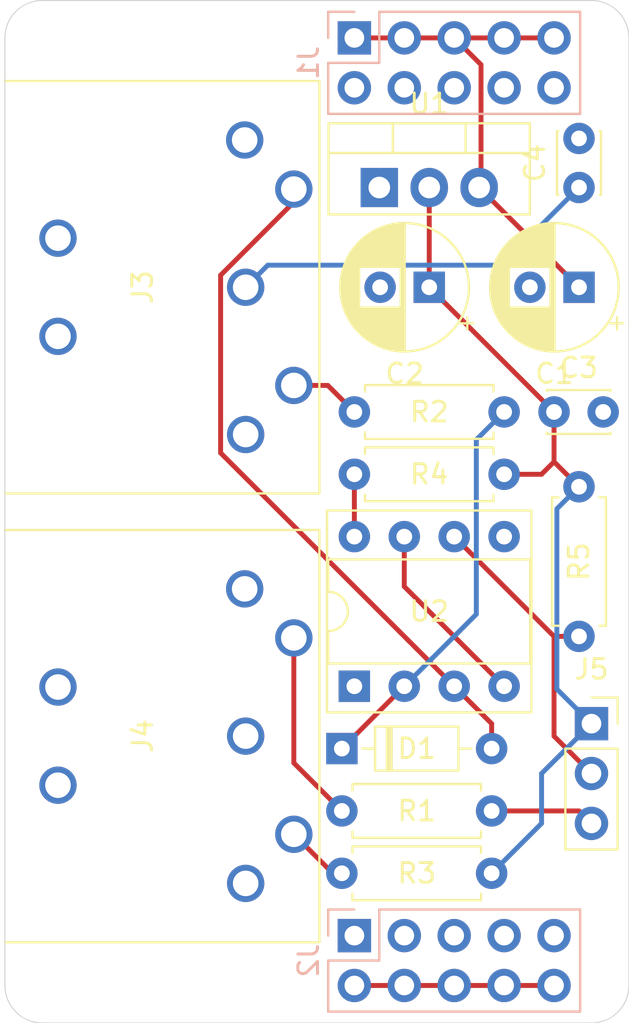
<source format=kicad_pcb>
(kicad_pcb (version 20171130) (host pcbnew "(5.1.6-0-10_14)")

  (general
    (thickness 1.6)
    (drawings 8)
    (tracks 46)
    (zones 0)
    (modules 17)
    (nets 14)
  )

  (page A4)
  (layers
    (0 F.Cu signal)
    (1 In1.Cu signal hide)
    (2 In2.Cu signal)
    (31 B.Cu signal)
    (32 B.Adhes user)
    (33 F.Adhes user)
    (34 B.Paste user)
    (35 F.Paste user)
    (36 B.SilkS user)
    (37 F.SilkS user)
    (38 B.Mask user)
    (39 F.Mask user)
    (40 Dwgs.User user)
    (41 Cmts.User user)
    (42 Eco1.User user)
    (43 Eco2.User user)
    (44 Edge.Cuts user)
    (45 Margin user)
    (46 B.CrtYd user)
    (47 F.CrtYd user)
    (48 B.Fab user hide)
    (49 F.Fab user hide)
  )

  (setup
    (last_trace_width 0.25)
    (trace_clearance 0.2)
    (zone_clearance 0.508)
    (zone_45_only no)
    (trace_min 0.2)
    (via_size 0.8)
    (via_drill 0.4)
    (via_min_size 0.4)
    (via_min_drill 0.3)
    (uvia_size 0.3)
    (uvia_drill 0.1)
    (uvias_allowed no)
    (uvia_min_size 0.2)
    (uvia_min_drill 0.1)
    (edge_width 0.05)
    (segment_width 0.2)
    (pcb_text_width 0.3)
    (pcb_text_size 1.5 1.5)
    (mod_edge_width 0.12)
    (mod_text_size 1 1)
    (mod_text_width 0.15)
    (pad_size 1.524 1.524)
    (pad_drill 0.762)
    (pad_to_mask_clearance 0.05)
    (aux_axis_origin 0 0)
    (visible_elements FFFFFF7F)
    (pcbplotparams
      (layerselection 0x010fc_ffffffff)
      (usegerberextensions false)
      (usegerberattributes true)
      (usegerberadvancedattributes true)
      (creategerberjobfile true)
      (excludeedgelayer true)
      (linewidth 0.100000)
      (plotframeref false)
      (viasonmask false)
      (mode 1)
      (useauxorigin false)
      (hpglpennumber 1)
      (hpglpenspeed 20)
      (hpglpendiameter 15.000000)
      (psnegative false)
      (psa4output false)
      (plotreference true)
      (plotvalue true)
      (plotinvisibletext false)
      (padsonsilk false)
      (subtractmaskfromsilk false)
      (outputformat 1)
      (mirror false)
      (drillshape 1)
      (scaleselection 1)
      (outputdirectory ""))
  )

  (net 0 "")
  (net 1 +12V)
  (net 2 GND)
  (net 3 VCC)
  (net 4 "Net-(C4-Pad1)")
  (net 5 "Net-(D1-Pad1)")
  (net 6 "Net-(D1-Pad2)")
  (net 7 -12V)
  (net 8 "Net-(J3-Pad4)")
  (net 9 "Net-(J4-Pad5)")
  (net 10 "Net-(J4-Pad4)")
  (net 11 "Net-(J5-Pad2)")
  (net 12 "Net-(J5-Pad3)")
  (net 13 "Net-(R4-Pad1)")

  (net_class Default "This is the default net class."
    (clearance 0.2)
    (trace_width 0.25)
    (via_dia 0.8)
    (via_drill 0.4)
    (uvia_dia 0.3)
    (uvia_drill 0.1)
    (add_net +12V)
    (add_net -12V)
    (add_net GND)
    (add_net "Net-(C4-Pad1)")
    (add_net "Net-(D1-Pad1)")
    (add_net "Net-(D1-Pad2)")
    (add_net "Net-(J3-Pad4)")
    (add_net "Net-(J4-Pad4)")
    (add_net "Net-(J4-Pad5)")
    (add_net "Net-(J5-Pad2)")
    (add_net "Net-(J5-Pad3)")
    (add_net "Net-(R4-Pad1)")
    (add_net VCC)
  )

  (module Capacitor_THT:CP_Radial_D6.3mm_P2.50mm (layer F.Cu) (tedit 5AE50EF0) (tstamp 5F31248E)
    (at 153.67 101.6 180)
    (descr "CP, Radial series, Radial, pin pitch=2.50mm, , diameter=6.3mm, Electrolytic Capacitor")
    (tags "CP Radial series Radial pin pitch 2.50mm  diameter 6.3mm Electrolytic Capacitor")
    (path /5F3FF5AF)
    (fp_text reference C1 (at 1.25 -4.4) (layer F.SilkS)
      (effects (font (size 1 1) (thickness 0.15)))
    )
    (fp_text value 47u (at 1.25 4.4) (layer F.Fab)
      (effects (font (size 1 1) (thickness 0.15)))
    )
    (fp_line (start -1.935241 -2.154) (end -1.935241 -1.524) (layer F.SilkS) (width 0.12))
    (fp_line (start -2.250241 -1.839) (end -1.620241 -1.839) (layer F.SilkS) (width 0.12))
    (fp_line (start 4.491 -0.402) (end 4.491 0.402) (layer F.SilkS) (width 0.12))
    (fp_line (start 4.451 -0.633) (end 4.451 0.633) (layer F.SilkS) (width 0.12))
    (fp_line (start 4.411 -0.802) (end 4.411 0.802) (layer F.SilkS) (width 0.12))
    (fp_line (start 4.371 -0.94) (end 4.371 0.94) (layer F.SilkS) (width 0.12))
    (fp_line (start 4.331 -1.059) (end 4.331 1.059) (layer F.SilkS) (width 0.12))
    (fp_line (start 4.291 -1.165) (end 4.291 1.165) (layer F.SilkS) (width 0.12))
    (fp_line (start 4.251 -1.262) (end 4.251 1.262) (layer F.SilkS) (width 0.12))
    (fp_line (start 4.211 -1.35) (end 4.211 1.35) (layer F.SilkS) (width 0.12))
    (fp_line (start 4.171 -1.432) (end 4.171 1.432) (layer F.SilkS) (width 0.12))
    (fp_line (start 4.131 -1.509) (end 4.131 1.509) (layer F.SilkS) (width 0.12))
    (fp_line (start 4.091 -1.581) (end 4.091 1.581) (layer F.SilkS) (width 0.12))
    (fp_line (start 4.051 -1.65) (end 4.051 1.65) (layer F.SilkS) (width 0.12))
    (fp_line (start 4.011 -1.714) (end 4.011 1.714) (layer F.SilkS) (width 0.12))
    (fp_line (start 3.971 -1.776) (end 3.971 1.776) (layer F.SilkS) (width 0.12))
    (fp_line (start 3.931 -1.834) (end 3.931 1.834) (layer F.SilkS) (width 0.12))
    (fp_line (start 3.891 -1.89) (end 3.891 1.89) (layer F.SilkS) (width 0.12))
    (fp_line (start 3.851 -1.944) (end 3.851 1.944) (layer F.SilkS) (width 0.12))
    (fp_line (start 3.811 -1.995) (end 3.811 1.995) (layer F.SilkS) (width 0.12))
    (fp_line (start 3.771 -2.044) (end 3.771 2.044) (layer F.SilkS) (width 0.12))
    (fp_line (start 3.731 -2.092) (end 3.731 2.092) (layer F.SilkS) (width 0.12))
    (fp_line (start 3.691 -2.137) (end 3.691 2.137) (layer F.SilkS) (width 0.12))
    (fp_line (start 3.651 -2.182) (end 3.651 2.182) (layer F.SilkS) (width 0.12))
    (fp_line (start 3.611 -2.224) (end 3.611 2.224) (layer F.SilkS) (width 0.12))
    (fp_line (start 3.571 -2.265) (end 3.571 2.265) (layer F.SilkS) (width 0.12))
    (fp_line (start 3.531 1.04) (end 3.531 2.305) (layer F.SilkS) (width 0.12))
    (fp_line (start 3.531 -2.305) (end 3.531 -1.04) (layer F.SilkS) (width 0.12))
    (fp_line (start 3.491 1.04) (end 3.491 2.343) (layer F.SilkS) (width 0.12))
    (fp_line (start 3.491 -2.343) (end 3.491 -1.04) (layer F.SilkS) (width 0.12))
    (fp_line (start 3.451 1.04) (end 3.451 2.38) (layer F.SilkS) (width 0.12))
    (fp_line (start 3.451 -2.38) (end 3.451 -1.04) (layer F.SilkS) (width 0.12))
    (fp_line (start 3.411 1.04) (end 3.411 2.416) (layer F.SilkS) (width 0.12))
    (fp_line (start 3.411 -2.416) (end 3.411 -1.04) (layer F.SilkS) (width 0.12))
    (fp_line (start 3.371 1.04) (end 3.371 2.45) (layer F.SilkS) (width 0.12))
    (fp_line (start 3.371 -2.45) (end 3.371 -1.04) (layer F.SilkS) (width 0.12))
    (fp_line (start 3.331 1.04) (end 3.331 2.484) (layer F.SilkS) (width 0.12))
    (fp_line (start 3.331 -2.484) (end 3.331 -1.04) (layer F.SilkS) (width 0.12))
    (fp_line (start 3.291 1.04) (end 3.291 2.516) (layer F.SilkS) (width 0.12))
    (fp_line (start 3.291 -2.516) (end 3.291 -1.04) (layer F.SilkS) (width 0.12))
    (fp_line (start 3.251 1.04) (end 3.251 2.548) (layer F.SilkS) (width 0.12))
    (fp_line (start 3.251 -2.548) (end 3.251 -1.04) (layer F.SilkS) (width 0.12))
    (fp_line (start 3.211 1.04) (end 3.211 2.578) (layer F.SilkS) (width 0.12))
    (fp_line (start 3.211 -2.578) (end 3.211 -1.04) (layer F.SilkS) (width 0.12))
    (fp_line (start 3.171 1.04) (end 3.171 2.607) (layer F.SilkS) (width 0.12))
    (fp_line (start 3.171 -2.607) (end 3.171 -1.04) (layer F.SilkS) (width 0.12))
    (fp_line (start 3.131 1.04) (end 3.131 2.636) (layer F.SilkS) (width 0.12))
    (fp_line (start 3.131 -2.636) (end 3.131 -1.04) (layer F.SilkS) (width 0.12))
    (fp_line (start 3.091 1.04) (end 3.091 2.664) (layer F.SilkS) (width 0.12))
    (fp_line (start 3.091 -2.664) (end 3.091 -1.04) (layer F.SilkS) (width 0.12))
    (fp_line (start 3.051 1.04) (end 3.051 2.69) (layer F.SilkS) (width 0.12))
    (fp_line (start 3.051 -2.69) (end 3.051 -1.04) (layer F.SilkS) (width 0.12))
    (fp_line (start 3.011 1.04) (end 3.011 2.716) (layer F.SilkS) (width 0.12))
    (fp_line (start 3.011 -2.716) (end 3.011 -1.04) (layer F.SilkS) (width 0.12))
    (fp_line (start 2.971 1.04) (end 2.971 2.742) (layer F.SilkS) (width 0.12))
    (fp_line (start 2.971 -2.742) (end 2.971 -1.04) (layer F.SilkS) (width 0.12))
    (fp_line (start 2.931 1.04) (end 2.931 2.766) (layer F.SilkS) (width 0.12))
    (fp_line (start 2.931 -2.766) (end 2.931 -1.04) (layer F.SilkS) (width 0.12))
    (fp_line (start 2.891 1.04) (end 2.891 2.79) (layer F.SilkS) (width 0.12))
    (fp_line (start 2.891 -2.79) (end 2.891 -1.04) (layer F.SilkS) (width 0.12))
    (fp_line (start 2.851 1.04) (end 2.851 2.812) (layer F.SilkS) (width 0.12))
    (fp_line (start 2.851 -2.812) (end 2.851 -1.04) (layer F.SilkS) (width 0.12))
    (fp_line (start 2.811 1.04) (end 2.811 2.834) (layer F.SilkS) (width 0.12))
    (fp_line (start 2.811 -2.834) (end 2.811 -1.04) (layer F.SilkS) (width 0.12))
    (fp_line (start 2.771 1.04) (end 2.771 2.856) (layer F.SilkS) (width 0.12))
    (fp_line (start 2.771 -2.856) (end 2.771 -1.04) (layer F.SilkS) (width 0.12))
    (fp_line (start 2.731 1.04) (end 2.731 2.876) (layer F.SilkS) (width 0.12))
    (fp_line (start 2.731 -2.876) (end 2.731 -1.04) (layer F.SilkS) (width 0.12))
    (fp_line (start 2.691 1.04) (end 2.691 2.896) (layer F.SilkS) (width 0.12))
    (fp_line (start 2.691 -2.896) (end 2.691 -1.04) (layer F.SilkS) (width 0.12))
    (fp_line (start 2.651 1.04) (end 2.651 2.916) (layer F.SilkS) (width 0.12))
    (fp_line (start 2.651 -2.916) (end 2.651 -1.04) (layer F.SilkS) (width 0.12))
    (fp_line (start 2.611 1.04) (end 2.611 2.934) (layer F.SilkS) (width 0.12))
    (fp_line (start 2.611 -2.934) (end 2.611 -1.04) (layer F.SilkS) (width 0.12))
    (fp_line (start 2.571 1.04) (end 2.571 2.952) (layer F.SilkS) (width 0.12))
    (fp_line (start 2.571 -2.952) (end 2.571 -1.04) (layer F.SilkS) (width 0.12))
    (fp_line (start 2.531 1.04) (end 2.531 2.97) (layer F.SilkS) (width 0.12))
    (fp_line (start 2.531 -2.97) (end 2.531 -1.04) (layer F.SilkS) (width 0.12))
    (fp_line (start 2.491 1.04) (end 2.491 2.986) (layer F.SilkS) (width 0.12))
    (fp_line (start 2.491 -2.986) (end 2.491 -1.04) (layer F.SilkS) (width 0.12))
    (fp_line (start 2.451 1.04) (end 2.451 3.002) (layer F.SilkS) (width 0.12))
    (fp_line (start 2.451 -3.002) (end 2.451 -1.04) (layer F.SilkS) (width 0.12))
    (fp_line (start 2.411 1.04) (end 2.411 3.018) (layer F.SilkS) (width 0.12))
    (fp_line (start 2.411 -3.018) (end 2.411 -1.04) (layer F.SilkS) (width 0.12))
    (fp_line (start 2.371 1.04) (end 2.371 3.033) (layer F.SilkS) (width 0.12))
    (fp_line (start 2.371 -3.033) (end 2.371 -1.04) (layer F.SilkS) (width 0.12))
    (fp_line (start 2.331 1.04) (end 2.331 3.047) (layer F.SilkS) (width 0.12))
    (fp_line (start 2.331 -3.047) (end 2.331 -1.04) (layer F.SilkS) (width 0.12))
    (fp_line (start 2.291 1.04) (end 2.291 3.061) (layer F.SilkS) (width 0.12))
    (fp_line (start 2.291 -3.061) (end 2.291 -1.04) (layer F.SilkS) (width 0.12))
    (fp_line (start 2.251 1.04) (end 2.251 3.074) (layer F.SilkS) (width 0.12))
    (fp_line (start 2.251 -3.074) (end 2.251 -1.04) (layer F.SilkS) (width 0.12))
    (fp_line (start 2.211 1.04) (end 2.211 3.086) (layer F.SilkS) (width 0.12))
    (fp_line (start 2.211 -3.086) (end 2.211 -1.04) (layer F.SilkS) (width 0.12))
    (fp_line (start 2.171 1.04) (end 2.171 3.098) (layer F.SilkS) (width 0.12))
    (fp_line (start 2.171 -3.098) (end 2.171 -1.04) (layer F.SilkS) (width 0.12))
    (fp_line (start 2.131 1.04) (end 2.131 3.11) (layer F.SilkS) (width 0.12))
    (fp_line (start 2.131 -3.11) (end 2.131 -1.04) (layer F.SilkS) (width 0.12))
    (fp_line (start 2.091 1.04) (end 2.091 3.121) (layer F.SilkS) (width 0.12))
    (fp_line (start 2.091 -3.121) (end 2.091 -1.04) (layer F.SilkS) (width 0.12))
    (fp_line (start 2.051 1.04) (end 2.051 3.131) (layer F.SilkS) (width 0.12))
    (fp_line (start 2.051 -3.131) (end 2.051 -1.04) (layer F.SilkS) (width 0.12))
    (fp_line (start 2.011 1.04) (end 2.011 3.141) (layer F.SilkS) (width 0.12))
    (fp_line (start 2.011 -3.141) (end 2.011 -1.04) (layer F.SilkS) (width 0.12))
    (fp_line (start 1.971 1.04) (end 1.971 3.15) (layer F.SilkS) (width 0.12))
    (fp_line (start 1.971 -3.15) (end 1.971 -1.04) (layer F.SilkS) (width 0.12))
    (fp_line (start 1.93 1.04) (end 1.93 3.159) (layer F.SilkS) (width 0.12))
    (fp_line (start 1.93 -3.159) (end 1.93 -1.04) (layer F.SilkS) (width 0.12))
    (fp_line (start 1.89 1.04) (end 1.89 3.167) (layer F.SilkS) (width 0.12))
    (fp_line (start 1.89 -3.167) (end 1.89 -1.04) (layer F.SilkS) (width 0.12))
    (fp_line (start 1.85 1.04) (end 1.85 3.175) (layer F.SilkS) (width 0.12))
    (fp_line (start 1.85 -3.175) (end 1.85 -1.04) (layer F.SilkS) (width 0.12))
    (fp_line (start 1.81 1.04) (end 1.81 3.182) (layer F.SilkS) (width 0.12))
    (fp_line (start 1.81 -3.182) (end 1.81 -1.04) (layer F.SilkS) (width 0.12))
    (fp_line (start 1.77 1.04) (end 1.77 3.189) (layer F.SilkS) (width 0.12))
    (fp_line (start 1.77 -3.189) (end 1.77 -1.04) (layer F.SilkS) (width 0.12))
    (fp_line (start 1.73 1.04) (end 1.73 3.195) (layer F.SilkS) (width 0.12))
    (fp_line (start 1.73 -3.195) (end 1.73 -1.04) (layer F.SilkS) (width 0.12))
    (fp_line (start 1.69 1.04) (end 1.69 3.201) (layer F.SilkS) (width 0.12))
    (fp_line (start 1.69 -3.201) (end 1.69 -1.04) (layer F.SilkS) (width 0.12))
    (fp_line (start 1.65 1.04) (end 1.65 3.206) (layer F.SilkS) (width 0.12))
    (fp_line (start 1.65 -3.206) (end 1.65 -1.04) (layer F.SilkS) (width 0.12))
    (fp_line (start 1.61 1.04) (end 1.61 3.211) (layer F.SilkS) (width 0.12))
    (fp_line (start 1.61 -3.211) (end 1.61 -1.04) (layer F.SilkS) (width 0.12))
    (fp_line (start 1.57 1.04) (end 1.57 3.215) (layer F.SilkS) (width 0.12))
    (fp_line (start 1.57 -3.215) (end 1.57 -1.04) (layer F.SilkS) (width 0.12))
    (fp_line (start 1.53 1.04) (end 1.53 3.218) (layer F.SilkS) (width 0.12))
    (fp_line (start 1.53 -3.218) (end 1.53 -1.04) (layer F.SilkS) (width 0.12))
    (fp_line (start 1.49 1.04) (end 1.49 3.222) (layer F.SilkS) (width 0.12))
    (fp_line (start 1.49 -3.222) (end 1.49 -1.04) (layer F.SilkS) (width 0.12))
    (fp_line (start 1.45 -3.224) (end 1.45 3.224) (layer F.SilkS) (width 0.12))
    (fp_line (start 1.41 -3.227) (end 1.41 3.227) (layer F.SilkS) (width 0.12))
    (fp_line (start 1.37 -3.228) (end 1.37 3.228) (layer F.SilkS) (width 0.12))
    (fp_line (start 1.33 -3.23) (end 1.33 3.23) (layer F.SilkS) (width 0.12))
    (fp_line (start 1.29 -3.23) (end 1.29 3.23) (layer F.SilkS) (width 0.12))
    (fp_line (start 1.25 -3.23) (end 1.25 3.23) (layer F.SilkS) (width 0.12))
    (fp_line (start -1.128972 -1.6885) (end -1.128972 -1.0585) (layer F.Fab) (width 0.1))
    (fp_line (start -1.443972 -1.3735) (end -0.813972 -1.3735) (layer F.Fab) (width 0.1))
    (fp_circle (center 1.25 0) (end 4.65 0) (layer F.CrtYd) (width 0.05))
    (fp_circle (center 1.25 0) (end 4.52 0) (layer F.SilkS) (width 0.12))
    (fp_circle (center 1.25 0) (end 4.4 0) (layer F.Fab) (width 0.1))
    (fp_text user %R (at 1.25 0) (layer F.Fab)
      (effects (font (size 1 1) (thickness 0.15)))
    )
    (pad 1 thru_hole rect (at 0 0 180) (size 1.6 1.6) (drill 0.8) (layers *.Cu *.Mask)
      (net 1 +12V))
    (pad 2 thru_hole circle (at 2.5 0 180) (size 1.6 1.6) (drill 0.8) (layers *.Cu *.Mask)
      (net 2 GND))
    (model ${KISYS3DMOD}/Capacitor_THT.3dshapes/CP_Radial_D6.3mm_P2.50mm.wrl
      (at (xyz 0 0 0))
      (scale (xyz 1 1 1))
      (rotate (xyz 0 0 0))
    )
  )

  (module Capacitor_THT:CP_Radial_D6.3mm_P2.50mm (layer F.Cu) (tedit 5AE50EF0) (tstamp 5F31211B)
    (at 146.05 101.6 180)
    (descr "CP, Radial series, Radial, pin pitch=2.50mm, , diameter=6.3mm, Electrolytic Capacitor")
    (tags "CP Radial series Radial pin pitch 2.50mm  diameter 6.3mm Electrolytic Capacitor")
    (path /5F3FFD5D)
    (fp_text reference C2 (at 1.25 -4.4) (layer F.SilkS)
      (effects (font (size 1 1) (thickness 0.15)))
    )
    (fp_text value 47u (at 1.25 4.4) (layer F.Fab)
      (effects (font (size 1 1) (thickness 0.15)))
    )
    (fp_text user %R (at 1.25 0) (layer F.Fab)
      (effects (font (size 1 1) (thickness 0.15)))
    )
    (fp_circle (center 1.25 0) (end 4.4 0) (layer F.Fab) (width 0.1))
    (fp_circle (center 1.25 0) (end 4.52 0) (layer F.SilkS) (width 0.12))
    (fp_circle (center 1.25 0) (end 4.65 0) (layer F.CrtYd) (width 0.05))
    (fp_line (start -1.443972 -1.3735) (end -0.813972 -1.3735) (layer F.Fab) (width 0.1))
    (fp_line (start -1.128972 -1.6885) (end -1.128972 -1.0585) (layer F.Fab) (width 0.1))
    (fp_line (start 1.25 -3.23) (end 1.25 3.23) (layer F.SilkS) (width 0.12))
    (fp_line (start 1.29 -3.23) (end 1.29 3.23) (layer F.SilkS) (width 0.12))
    (fp_line (start 1.33 -3.23) (end 1.33 3.23) (layer F.SilkS) (width 0.12))
    (fp_line (start 1.37 -3.228) (end 1.37 3.228) (layer F.SilkS) (width 0.12))
    (fp_line (start 1.41 -3.227) (end 1.41 3.227) (layer F.SilkS) (width 0.12))
    (fp_line (start 1.45 -3.224) (end 1.45 3.224) (layer F.SilkS) (width 0.12))
    (fp_line (start 1.49 -3.222) (end 1.49 -1.04) (layer F.SilkS) (width 0.12))
    (fp_line (start 1.49 1.04) (end 1.49 3.222) (layer F.SilkS) (width 0.12))
    (fp_line (start 1.53 -3.218) (end 1.53 -1.04) (layer F.SilkS) (width 0.12))
    (fp_line (start 1.53 1.04) (end 1.53 3.218) (layer F.SilkS) (width 0.12))
    (fp_line (start 1.57 -3.215) (end 1.57 -1.04) (layer F.SilkS) (width 0.12))
    (fp_line (start 1.57 1.04) (end 1.57 3.215) (layer F.SilkS) (width 0.12))
    (fp_line (start 1.61 -3.211) (end 1.61 -1.04) (layer F.SilkS) (width 0.12))
    (fp_line (start 1.61 1.04) (end 1.61 3.211) (layer F.SilkS) (width 0.12))
    (fp_line (start 1.65 -3.206) (end 1.65 -1.04) (layer F.SilkS) (width 0.12))
    (fp_line (start 1.65 1.04) (end 1.65 3.206) (layer F.SilkS) (width 0.12))
    (fp_line (start 1.69 -3.201) (end 1.69 -1.04) (layer F.SilkS) (width 0.12))
    (fp_line (start 1.69 1.04) (end 1.69 3.201) (layer F.SilkS) (width 0.12))
    (fp_line (start 1.73 -3.195) (end 1.73 -1.04) (layer F.SilkS) (width 0.12))
    (fp_line (start 1.73 1.04) (end 1.73 3.195) (layer F.SilkS) (width 0.12))
    (fp_line (start 1.77 -3.189) (end 1.77 -1.04) (layer F.SilkS) (width 0.12))
    (fp_line (start 1.77 1.04) (end 1.77 3.189) (layer F.SilkS) (width 0.12))
    (fp_line (start 1.81 -3.182) (end 1.81 -1.04) (layer F.SilkS) (width 0.12))
    (fp_line (start 1.81 1.04) (end 1.81 3.182) (layer F.SilkS) (width 0.12))
    (fp_line (start 1.85 -3.175) (end 1.85 -1.04) (layer F.SilkS) (width 0.12))
    (fp_line (start 1.85 1.04) (end 1.85 3.175) (layer F.SilkS) (width 0.12))
    (fp_line (start 1.89 -3.167) (end 1.89 -1.04) (layer F.SilkS) (width 0.12))
    (fp_line (start 1.89 1.04) (end 1.89 3.167) (layer F.SilkS) (width 0.12))
    (fp_line (start 1.93 -3.159) (end 1.93 -1.04) (layer F.SilkS) (width 0.12))
    (fp_line (start 1.93 1.04) (end 1.93 3.159) (layer F.SilkS) (width 0.12))
    (fp_line (start 1.971 -3.15) (end 1.971 -1.04) (layer F.SilkS) (width 0.12))
    (fp_line (start 1.971 1.04) (end 1.971 3.15) (layer F.SilkS) (width 0.12))
    (fp_line (start 2.011 -3.141) (end 2.011 -1.04) (layer F.SilkS) (width 0.12))
    (fp_line (start 2.011 1.04) (end 2.011 3.141) (layer F.SilkS) (width 0.12))
    (fp_line (start 2.051 -3.131) (end 2.051 -1.04) (layer F.SilkS) (width 0.12))
    (fp_line (start 2.051 1.04) (end 2.051 3.131) (layer F.SilkS) (width 0.12))
    (fp_line (start 2.091 -3.121) (end 2.091 -1.04) (layer F.SilkS) (width 0.12))
    (fp_line (start 2.091 1.04) (end 2.091 3.121) (layer F.SilkS) (width 0.12))
    (fp_line (start 2.131 -3.11) (end 2.131 -1.04) (layer F.SilkS) (width 0.12))
    (fp_line (start 2.131 1.04) (end 2.131 3.11) (layer F.SilkS) (width 0.12))
    (fp_line (start 2.171 -3.098) (end 2.171 -1.04) (layer F.SilkS) (width 0.12))
    (fp_line (start 2.171 1.04) (end 2.171 3.098) (layer F.SilkS) (width 0.12))
    (fp_line (start 2.211 -3.086) (end 2.211 -1.04) (layer F.SilkS) (width 0.12))
    (fp_line (start 2.211 1.04) (end 2.211 3.086) (layer F.SilkS) (width 0.12))
    (fp_line (start 2.251 -3.074) (end 2.251 -1.04) (layer F.SilkS) (width 0.12))
    (fp_line (start 2.251 1.04) (end 2.251 3.074) (layer F.SilkS) (width 0.12))
    (fp_line (start 2.291 -3.061) (end 2.291 -1.04) (layer F.SilkS) (width 0.12))
    (fp_line (start 2.291 1.04) (end 2.291 3.061) (layer F.SilkS) (width 0.12))
    (fp_line (start 2.331 -3.047) (end 2.331 -1.04) (layer F.SilkS) (width 0.12))
    (fp_line (start 2.331 1.04) (end 2.331 3.047) (layer F.SilkS) (width 0.12))
    (fp_line (start 2.371 -3.033) (end 2.371 -1.04) (layer F.SilkS) (width 0.12))
    (fp_line (start 2.371 1.04) (end 2.371 3.033) (layer F.SilkS) (width 0.12))
    (fp_line (start 2.411 -3.018) (end 2.411 -1.04) (layer F.SilkS) (width 0.12))
    (fp_line (start 2.411 1.04) (end 2.411 3.018) (layer F.SilkS) (width 0.12))
    (fp_line (start 2.451 -3.002) (end 2.451 -1.04) (layer F.SilkS) (width 0.12))
    (fp_line (start 2.451 1.04) (end 2.451 3.002) (layer F.SilkS) (width 0.12))
    (fp_line (start 2.491 -2.986) (end 2.491 -1.04) (layer F.SilkS) (width 0.12))
    (fp_line (start 2.491 1.04) (end 2.491 2.986) (layer F.SilkS) (width 0.12))
    (fp_line (start 2.531 -2.97) (end 2.531 -1.04) (layer F.SilkS) (width 0.12))
    (fp_line (start 2.531 1.04) (end 2.531 2.97) (layer F.SilkS) (width 0.12))
    (fp_line (start 2.571 -2.952) (end 2.571 -1.04) (layer F.SilkS) (width 0.12))
    (fp_line (start 2.571 1.04) (end 2.571 2.952) (layer F.SilkS) (width 0.12))
    (fp_line (start 2.611 -2.934) (end 2.611 -1.04) (layer F.SilkS) (width 0.12))
    (fp_line (start 2.611 1.04) (end 2.611 2.934) (layer F.SilkS) (width 0.12))
    (fp_line (start 2.651 -2.916) (end 2.651 -1.04) (layer F.SilkS) (width 0.12))
    (fp_line (start 2.651 1.04) (end 2.651 2.916) (layer F.SilkS) (width 0.12))
    (fp_line (start 2.691 -2.896) (end 2.691 -1.04) (layer F.SilkS) (width 0.12))
    (fp_line (start 2.691 1.04) (end 2.691 2.896) (layer F.SilkS) (width 0.12))
    (fp_line (start 2.731 -2.876) (end 2.731 -1.04) (layer F.SilkS) (width 0.12))
    (fp_line (start 2.731 1.04) (end 2.731 2.876) (layer F.SilkS) (width 0.12))
    (fp_line (start 2.771 -2.856) (end 2.771 -1.04) (layer F.SilkS) (width 0.12))
    (fp_line (start 2.771 1.04) (end 2.771 2.856) (layer F.SilkS) (width 0.12))
    (fp_line (start 2.811 -2.834) (end 2.811 -1.04) (layer F.SilkS) (width 0.12))
    (fp_line (start 2.811 1.04) (end 2.811 2.834) (layer F.SilkS) (width 0.12))
    (fp_line (start 2.851 -2.812) (end 2.851 -1.04) (layer F.SilkS) (width 0.12))
    (fp_line (start 2.851 1.04) (end 2.851 2.812) (layer F.SilkS) (width 0.12))
    (fp_line (start 2.891 -2.79) (end 2.891 -1.04) (layer F.SilkS) (width 0.12))
    (fp_line (start 2.891 1.04) (end 2.891 2.79) (layer F.SilkS) (width 0.12))
    (fp_line (start 2.931 -2.766) (end 2.931 -1.04) (layer F.SilkS) (width 0.12))
    (fp_line (start 2.931 1.04) (end 2.931 2.766) (layer F.SilkS) (width 0.12))
    (fp_line (start 2.971 -2.742) (end 2.971 -1.04) (layer F.SilkS) (width 0.12))
    (fp_line (start 2.971 1.04) (end 2.971 2.742) (layer F.SilkS) (width 0.12))
    (fp_line (start 3.011 -2.716) (end 3.011 -1.04) (layer F.SilkS) (width 0.12))
    (fp_line (start 3.011 1.04) (end 3.011 2.716) (layer F.SilkS) (width 0.12))
    (fp_line (start 3.051 -2.69) (end 3.051 -1.04) (layer F.SilkS) (width 0.12))
    (fp_line (start 3.051 1.04) (end 3.051 2.69) (layer F.SilkS) (width 0.12))
    (fp_line (start 3.091 -2.664) (end 3.091 -1.04) (layer F.SilkS) (width 0.12))
    (fp_line (start 3.091 1.04) (end 3.091 2.664) (layer F.SilkS) (width 0.12))
    (fp_line (start 3.131 -2.636) (end 3.131 -1.04) (layer F.SilkS) (width 0.12))
    (fp_line (start 3.131 1.04) (end 3.131 2.636) (layer F.SilkS) (width 0.12))
    (fp_line (start 3.171 -2.607) (end 3.171 -1.04) (layer F.SilkS) (width 0.12))
    (fp_line (start 3.171 1.04) (end 3.171 2.607) (layer F.SilkS) (width 0.12))
    (fp_line (start 3.211 -2.578) (end 3.211 -1.04) (layer F.SilkS) (width 0.12))
    (fp_line (start 3.211 1.04) (end 3.211 2.578) (layer F.SilkS) (width 0.12))
    (fp_line (start 3.251 -2.548) (end 3.251 -1.04) (layer F.SilkS) (width 0.12))
    (fp_line (start 3.251 1.04) (end 3.251 2.548) (layer F.SilkS) (width 0.12))
    (fp_line (start 3.291 -2.516) (end 3.291 -1.04) (layer F.SilkS) (width 0.12))
    (fp_line (start 3.291 1.04) (end 3.291 2.516) (layer F.SilkS) (width 0.12))
    (fp_line (start 3.331 -2.484) (end 3.331 -1.04) (layer F.SilkS) (width 0.12))
    (fp_line (start 3.331 1.04) (end 3.331 2.484) (layer F.SilkS) (width 0.12))
    (fp_line (start 3.371 -2.45) (end 3.371 -1.04) (layer F.SilkS) (width 0.12))
    (fp_line (start 3.371 1.04) (end 3.371 2.45) (layer F.SilkS) (width 0.12))
    (fp_line (start 3.411 -2.416) (end 3.411 -1.04) (layer F.SilkS) (width 0.12))
    (fp_line (start 3.411 1.04) (end 3.411 2.416) (layer F.SilkS) (width 0.12))
    (fp_line (start 3.451 -2.38) (end 3.451 -1.04) (layer F.SilkS) (width 0.12))
    (fp_line (start 3.451 1.04) (end 3.451 2.38) (layer F.SilkS) (width 0.12))
    (fp_line (start 3.491 -2.343) (end 3.491 -1.04) (layer F.SilkS) (width 0.12))
    (fp_line (start 3.491 1.04) (end 3.491 2.343) (layer F.SilkS) (width 0.12))
    (fp_line (start 3.531 -2.305) (end 3.531 -1.04) (layer F.SilkS) (width 0.12))
    (fp_line (start 3.531 1.04) (end 3.531 2.305) (layer F.SilkS) (width 0.12))
    (fp_line (start 3.571 -2.265) (end 3.571 2.265) (layer F.SilkS) (width 0.12))
    (fp_line (start 3.611 -2.224) (end 3.611 2.224) (layer F.SilkS) (width 0.12))
    (fp_line (start 3.651 -2.182) (end 3.651 2.182) (layer F.SilkS) (width 0.12))
    (fp_line (start 3.691 -2.137) (end 3.691 2.137) (layer F.SilkS) (width 0.12))
    (fp_line (start 3.731 -2.092) (end 3.731 2.092) (layer F.SilkS) (width 0.12))
    (fp_line (start 3.771 -2.044) (end 3.771 2.044) (layer F.SilkS) (width 0.12))
    (fp_line (start 3.811 -1.995) (end 3.811 1.995) (layer F.SilkS) (width 0.12))
    (fp_line (start 3.851 -1.944) (end 3.851 1.944) (layer F.SilkS) (width 0.12))
    (fp_line (start 3.891 -1.89) (end 3.891 1.89) (layer F.SilkS) (width 0.12))
    (fp_line (start 3.931 -1.834) (end 3.931 1.834) (layer F.SilkS) (width 0.12))
    (fp_line (start 3.971 -1.776) (end 3.971 1.776) (layer F.SilkS) (width 0.12))
    (fp_line (start 4.011 -1.714) (end 4.011 1.714) (layer F.SilkS) (width 0.12))
    (fp_line (start 4.051 -1.65) (end 4.051 1.65) (layer F.SilkS) (width 0.12))
    (fp_line (start 4.091 -1.581) (end 4.091 1.581) (layer F.SilkS) (width 0.12))
    (fp_line (start 4.131 -1.509) (end 4.131 1.509) (layer F.SilkS) (width 0.12))
    (fp_line (start 4.171 -1.432) (end 4.171 1.432) (layer F.SilkS) (width 0.12))
    (fp_line (start 4.211 -1.35) (end 4.211 1.35) (layer F.SilkS) (width 0.12))
    (fp_line (start 4.251 -1.262) (end 4.251 1.262) (layer F.SilkS) (width 0.12))
    (fp_line (start 4.291 -1.165) (end 4.291 1.165) (layer F.SilkS) (width 0.12))
    (fp_line (start 4.331 -1.059) (end 4.331 1.059) (layer F.SilkS) (width 0.12))
    (fp_line (start 4.371 -0.94) (end 4.371 0.94) (layer F.SilkS) (width 0.12))
    (fp_line (start 4.411 -0.802) (end 4.411 0.802) (layer F.SilkS) (width 0.12))
    (fp_line (start 4.451 -0.633) (end 4.451 0.633) (layer F.SilkS) (width 0.12))
    (fp_line (start 4.491 -0.402) (end 4.491 0.402) (layer F.SilkS) (width 0.12))
    (fp_line (start -2.250241 -1.839) (end -1.620241 -1.839) (layer F.SilkS) (width 0.12))
    (fp_line (start -1.935241 -2.154) (end -1.935241 -1.524) (layer F.SilkS) (width 0.12))
    (pad 2 thru_hole circle (at 2.5 0 180) (size 1.6 1.6) (drill 0.8) (layers *.Cu *.Mask)
      (net 2 GND))
    (pad 1 thru_hole rect (at 0 0 180) (size 1.6 1.6) (drill 0.8) (layers *.Cu *.Mask)
      (net 3 VCC))
    (model ${KISYS3DMOD}/Capacitor_THT.3dshapes/CP_Radial_D6.3mm_P2.50mm.wrl
      (at (xyz 0 0 0))
      (scale (xyz 1 1 1))
      (rotate (xyz 0 0 0))
    )
  )

  (module Capacitor_THT:C_Disc_D3.0mm_W2.0mm_P2.50mm (layer F.Cu) (tedit 5AE50EF0) (tstamp 5F311239)
    (at 152.4 107.95)
    (descr "C, Disc series, Radial, pin pitch=2.50mm, , diameter*width=3*2mm^2, Capacitor")
    (tags "C Disc series Radial pin pitch 2.50mm  diameter 3mm width 2mm Capacitor")
    (path /5F4608A6)
    (fp_text reference C3 (at 1.25 -2.25) (layer F.SilkS)
      (effects (font (size 1 1) (thickness 0.15)))
    )
    (fp_text value 100n (at 1.25 2.25) (layer F.Fab)
      (effects (font (size 1 1) (thickness 0.15)))
    )
    (fp_text user %R (at 1.25 0) (layer F.Fab)
      (effects (font (size 0.6 0.6) (thickness 0.09)))
    )
    (fp_line (start -0.25 -1) (end -0.25 1) (layer F.Fab) (width 0.1))
    (fp_line (start -0.25 1) (end 2.75 1) (layer F.Fab) (width 0.1))
    (fp_line (start 2.75 1) (end 2.75 -1) (layer F.Fab) (width 0.1))
    (fp_line (start 2.75 -1) (end -0.25 -1) (layer F.Fab) (width 0.1))
    (fp_line (start -0.37 -1.12) (end 2.87 -1.12) (layer F.SilkS) (width 0.12))
    (fp_line (start -0.37 1.12) (end 2.87 1.12) (layer F.SilkS) (width 0.12))
    (fp_line (start -0.37 -1.12) (end -0.37 -1.055) (layer F.SilkS) (width 0.12))
    (fp_line (start -0.37 1.055) (end -0.37 1.12) (layer F.SilkS) (width 0.12))
    (fp_line (start 2.87 -1.12) (end 2.87 -1.055) (layer F.SilkS) (width 0.12))
    (fp_line (start 2.87 1.055) (end 2.87 1.12) (layer F.SilkS) (width 0.12))
    (fp_line (start -1.05 -1.25) (end -1.05 1.25) (layer F.CrtYd) (width 0.05))
    (fp_line (start -1.05 1.25) (end 3.55 1.25) (layer F.CrtYd) (width 0.05))
    (fp_line (start 3.55 1.25) (end 3.55 -1.25) (layer F.CrtYd) (width 0.05))
    (fp_line (start 3.55 -1.25) (end -1.05 -1.25) (layer F.CrtYd) (width 0.05))
    (pad 2 thru_hole circle (at 2.5 0) (size 1.6 1.6) (drill 0.8) (layers *.Cu *.Mask)
      (net 2 GND))
    (pad 1 thru_hole circle (at 0 0) (size 1.6 1.6) (drill 0.8) (layers *.Cu *.Mask)
      (net 3 VCC))
    (model ${KISYS3DMOD}/Capacitor_THT.3dshapes/C_Disc_D3.0mm_W2.0mm_P2.50mm.wrl
      (at (xyz 0 0 0))
      (scale (xyz 1 1 1))
      (rotate (xyz 0 0 0))
    )
  )

  (module Capacitor_THT:C_Disc_D3.0mm_W2.0mm_P2.50mm (layer F.Cu) (tedit 5AE50EF0) (tstamp 5F31274F)
    (at 153.67 96.52 90)
    (descr "C, Disc series, Radial, pin pitch=2.50mm, , diameter*width=3*2mm^2, Capacitor")
    (tags "C Disc series Radial pin pitch 2.50mm  diameter 3mm width 2mm Capacitor")
    (path /5F449870)
    (fp_text reference C4 (at 1.25 -2.25 90) (layer F.SilkS)
      (effects (font (size 1 1) (thickness 0.15)))
    )
    (fp_text value 100n (at 1.25 2.25 90) (layer F.Fab)
      (effects (font (size 1 1) (thickness 0.15)))
    )
    (fp_line (start 3.55 -1.25) (end -1.05 -1.25) (layer F.CrtYd) (width 0.05))
    (fp_line (start 3.55 1.25) (end 3.55 -1.25) (layer F.CrtYd) (width 0.05))
    (fp_line (start -1.05 1.25) (end 3.55 1.25) (layer F.CrtYd) (width 0.05))
    (fp_line (start -1.05 -1.25) (end -1.05 1.25) (layer F.CrtYd) (width 0.05))
    (fp_line (start 2.87 1.055) (end 2.87 1.12) (layer F.SilkS) (width 0.12))
    (fp_line (start 2.87 -1.12) (end 2.87 -1.055) (layer F.SilkS) (width 0.12))
    (fp_line (start -0.37 1.055) (end -0.37 1.12) (layer F.SilkS) (width 0.12))
    (fp_line (start -0.37 -1.12) (end -0.37 -1.055) (layer F.SilkS) (width 0.12))
    (fp_line (start -0.37 1.12) (end 2.87 1.12) (layer F.SilkS) (width 0.12))
    (fp_line (start -0.37 -1.12) (end 2.87 -1.12) (layer F.SilkS) (width 0.12))
    (fp_line (start 2.75 -1) (end -0.25 -1) (layer F.Fab) (width 0.1))
    (fp_line (start 2.75 1) (end 2.75 -1) (layer F.Fab) (width 0.1))
    (fp_line (start -0.25 1) (end 2.75 1) (layer F.Fab) (width 0.1))
    (fp_line (start -0.25 -1) (end -0.25 1) (layer F.Fab) (width 0.1))
    (fp_text user %R (at 1.25 0 90) (layer F.Fab)
      (effects (font (size 0.6 0.6) (thickness 0.09)))
    )
    (pad 1 thru_hole circle (at 0 0 90) (size 1.6 1.6) (drill 0.8) (layers *.Cu *.Mask)
      (net 4 "Net-(C4-Pad1)"))
    (pad 2 thru_hole circle (at 2.5 0 90) (size 1.6 1.6) (drill 0.8) (layers *.Cu *.Mask)
      (net 2 GND))
    (model ${KISYS3DMOD}/Capacitor_THT.3dshapes/C_Disc_D3.0mm_W2.0mm_P2.50mm.wrl
      (at (xyz 0 0 0))
      (scale (xyz 1 1 1))
      (rotate (xyz 0 0 0))
    )
  )

  (module Diode_THT:D_DO-35_SOD27_P7.62mm_Horizontal (layer F.Cu) (tedit 5AE50CD5) (tstamp 5F313736)
    (at 141.605 125.095)
    (descr "Diode, DO-35_SOD27 series, Axial, Horizontal, pin pitch=7.62mm, , length*diameter=4*2mm^2, , http://www.diodes.com/_files/packages/DO-35.pdf")
    (tags "Diode DO-35_SOD27 series Axial Horizontal pin pitch 7.62mm  length 4mm diameter 2mm")
    (path /5F4336C5)
    (fp_text reference D1 (at 3.81 0) (layer F.SilkS)
      (effects (font (size 1 1) (thickness 0.15)))
    )
    (fp_text value D_Small (at 3.81 2.12) (layer F.Fab)
      (effects (font (size 1 1) (thickness 0.15)))
    )
    (fp_line (start 8.67 -1.25) (end -1.05 -1.25) (layer F.CrtYd) (width 0.05))
    (fp_line (start 8.67 1.25) (end 8.67 -1.25) (layer F.CrtYd) (width 0.05))
    (fp_line (start -1.05 1.25) (end 8.67 1.25) (layer F.CrtYd) (width 0.05))
    (fp_line (start -1.05 -1.25) (end -1.05 1.25) (layer F.CrtYd) (width 0.05))
    (fp_line (start 2.29 -1.12) (end 2.29 1.12) (layer F.SilkS) (width 0.12))
    (fp_line (start 2.53 -1.12) (end 2.53 1.12) (layer F.SilkS) (width 0.12))
    (fp_line (start 2.41 -1.12) (end 2.41 1.12) (layer F.SilkS) (width 0.12))
    (fp_line (start 6.58 0) (end 5.93 0) (layer F.SilkS) (width 0.12))
    (fp_line (start 1.04 0) (end 1.69 0) (layer F.SilkS) (width 0.12))
    (fp_line (start 5.93 -1.12) (end 1.69 -1.12) (layer F.SilkS) (width 0.12))
    (fp_line (start 5.93 1.12) (end 5.93 -1.12) (layer F.SilkS) (width 0.12))
    (fp_line (start 1.69 1.12) (end 5.93 1.12) (layer F.SilkS) (width 0.12))
    (fp_line (start 1.69 -1.12) (end 1.69 1.12) (layer F.SilkS) (width 0.12))
    (fp_line (start 2.31 -1) (end 2.31 1) (layer F.Fab) (width 0.1))
    (fp_line (start 2.51 -1) (end 2.51 1) (layer F.Fab) (width 0.1))
    (fp_line (start 2.41 -1) (end 2.41 1) (layer F.Fab) (width 0.1))
    (fp_line (start 7.62 0) (end 5.81 0) (layer F.Fab) (width 0.1))
    (fp_line (start 0 0) (end 1.81 0) (layer F.Fab) (width 0.1))
    (fp_line (start 5.81 -1) (end 1.81 -1) (layer F.Fab) (width 0.1))
    (fp_line (start 5.81 1) (end 5.81 -1) (layer F.Fab) (width 0.1))
    (fp_line (start 1.81 1) (end 5.81 1) (layer F.Fab) (width 0.1))
    (fp_line (start 1.81 -1) (end 1.81 1) (layer F.Fab) (width 0.1))
    (fp_text user %R (at 4.11 0) (layer F.Fab)
      (effects (font (size 0.8 0.8) (thickness 0.12)))
    )
    (fp_text user K (at 0 -1.8) (layer F.Fab) hide
      (effects (font (size 1 1) (thickness 0.15)))
    )
    (fp_text user K (at 3.81 0) (layer F.SilkS) hide
      (effects (font (size 1 1) (thickness 0.15)))
    )
    (pad 1 thru_hole rect (at 0 0) (size 1.6 1.6) (drill 0.8) (layers *.Cu *.Mask)
      (net 5 "Net-(D1-Pad1)"))
    (pad 2 thru_hole oval (at 7.62 0) (size 1.6 1.6) (drill 0.8) (layers *.Cu *.Mask)
      (net 6 "Net-(D1-Pad2)"))
    (model ${KISYS3DMOD}/Diode_THT.3dshapes/D_DO-35_SOD27_P7.62mm_Horizontal.wrl
      (at (xyz 0 0 0))
      (scale (xyz 1 1 1))
      (rotate (xyz 0 0 0))
    )
  )

  (module Connector_PinHeader_2.54mm:PinHeader_2x05_P2.54mm_Vertical (layer B.Cu) (tedit 59FED5CC) (tstamp 5F30FEC3)
    (at 142.24 88.9 270)
    (descr "Through hole straight pin header, 2x05, 2.54mm pitch, double rows")
    (tags "Through hole pin header THT 2x05 2.54mm double row")
    (path /5F3F8F90)
    (fp_text reference J1 (at 1.27 2.33 270) (layer B.SilkS)
      (effects (font (size 1 1) (thickness 0.15)) (justify mirror))
    )
    (fp_text value Conn_02x05_Odd_Even (at 1.27 -12.49 270) (layer B.Fab)
      (effects (font (size 1 1) (thickness 0.15)) (justify mirror))
    )
    (fp_line (start 4.35 1.8) (end -1.8 1.8) (layer B.CrtYd) (width 0.05))
    (fp_line (start 4.35 -11.95) (end 4.35 1.8) (layer B.CrtYd) (width 0.05))
    (fp_line (start -1.8 -11.95) (end 4.35 -11.95) (layer B.CrtYd) (width 0.05))
    (fp_line (start -1.8 1.8) (end -1.8 -11.95) (layer B.CrtYd) (width 0.05))
    (fp_line (start -1.33 1.33) (end 0 1.33) (layer B.SilkS) (width 0.12))
    (fp_line (start -1.33 0) (end -1.33 1.33) (layer B.SilkS) (width 0.12))
    (fp_line (start 1.27 1.33) (end 3.87 1.33) (layer B.SilkS) (width 0.12))
    (fp_line (start 1.27 -1.27) (end 1.27 1.33) (layer B.SilkS) (width 0.12))
    (fp_line (start -1.33 -1.27) (end 1.27 -1.27) (layer B.SilkS) (width 0.12))
    (fp_line (start 3.87 1.33) (end 3.87 -11.49) (layer B.SilkS) (width 0.12))
    (fp_line (start -1.33 -1.27) (end -1.33 -11.49) (layer B.SilkS) (width 0.12))
    (fp_line (start -1.33 -11.49) (end 3.87 -11.49) (layer B.SilkS) (width 0.12))
    (fp_line (start -1.27 0) (end 0 1.27) (layer B.Fab) (width 0.1))
    (fp_line (start -1.27 -11.43) (end -1.27 0) (layer B.Fab) (width 0.1))
    (fp_line (start 3.81 -11.43) (end -1.27 -11.43) (layer B.Fab) (width 0.1))
    (fp_line (start 3.81 1.27) (end 3.81 -11.43) (layer B.Fab) (width 0.1))
    (fp_line (start 0 1.27) (end 3.81 1.27) (layer B.Fab) (width 0.1))
    (fp_text user %R (at 1.27 -5.08) (layer B.Fab)
      (effects (font (size 1 1) (thickness 0.15)) (justify mirror))
    )
    (pad 1 thru_hole rect (at 0 0 270) (size 1.7 1.7) (drill 1) (layers *.Cu *.Mask)
      (net 1 +12V))
    (pad 2 thru_hole oval (at 2.54 0 270) (size 1.7 1.7) (drill 1) (layers *.Cu *.Mask)
      (net 2 GND))
    (pad 3 thru_hole oval (at 0 -2.54 270) (size 1.7 1.7) (drill 1) (layers *.Cu *.Mask)
      (net 1 +12V))
    (pad 4 thru_hole oval (at 2.54 -2.54 270) (size 1.7 1.7) (drill 1) (layers *.Cu *.Mask)
      (net 2 GND))
    (pad 5 thru_hole oval (at 0 -5.08 270) (size 1.7 1.7) (drill 1) (layers *.Cu *.Mask)
      (net 1 +12V))
    (pad 6 thru_hole oval (at 2.54 -5.08 270) (size 1.7 1.7) (drill 1) (layers *.Cu *.Mask)
      (net 2 GND))
    (pad 7 thru_hole oval (at 0 -7.62 270) (size 1.7 1.7) (drill 1) (layers *.Cu *.Mask)
      (net 1 +12V))
    (pad 8 thru_hole oval (at 2.54 -7.62 270) (size 1.7 1.7) (drill 1) (layers *.Cu *.Mask)
      (net 2 GND))
    (pad 9 thru_hole oval (at 0 -10.16 270) (size 1.7 1.7) (drill 1) (layers *.Cu *.Mask)
      (net 1 +12V))
    (pad 10 thru_hole oval (at 2.54 -10.16 270) (size 1.7 1.7) (drill 1) (layers *.Cu *.Mask)
      (net 2 GND))
    (model ${KISYS3DMOD}/Connector_PinHeader_2.54mm.3dshapes/PinHeader_2x05_P2.54mm_Vertical.wrl
      (at (xyz 0 0 0))
      (scale (xyz 1 1 1))
      (rotate (xyz 0 0 0))
    )
  )

  (module Connector_PinHeader_2.54mm:PinHeader_2x05_P2.54mm_Vertical (layer B.Cu) (tedit 59FED5CC) (tstamp 5F30FEE3)
    (at 142.24 134.62 270)
    (descr "Through hole straight pin header, 2x05, 2.54mm pitch, double rows")
    (tags "Through hole pin header THT 2x05 2.54mm double row")
    (path /5F3F993A)
    (fp_text reference J2 (at 1.27 2.33 90) (layer B.SilkS)
      (effects (font (size 1 1) (thickness 0.15)) (justify mirror))
    )
    (fp_text value Conn_02x05_Odd_Even (at 1.27 -12.49 90) (layer B.Fab)
      (effects (font (size 1 1) (thickness 0.15)) (justify mirror))
    )
    (fp_text user %R (at 1.27 -5.08 180) (layer B.Fab)
      (effects (font (size 1 1) (thickness 0.15)) (justify mirror))
    )
    (fp_line (start 0 1.27) (end 3.81 1.27) (layer B.Fab) (width 0.1))
    (fp_line (start 3.81 1.27) (end 3.81 -11.43) (layer B.Fab) (width 0.1))
    (fp_line (start 3.81 -11.43) (end -1.27 -11.43) (layer B.Fab) (width 0.1))
    (fp_line (start -1.27 -11.43) (end -1.27 0) (layer B.Fab) (width 0.1))
    (fp_line (start -1.27 0) (end 0 1.27) (layer B.Fab) (width 0.1))
    (fp_line (start -1.33 -11.49) (end 3.87 -11.49) (layer B.SilkS) (width 0.12))
    (fp_line (start -1.33 -1.27) (end -1.33 -11.49) (layer B.SilkS) (width 0.12))
    (fp_line (start 3.87 1.33) (end 3.87 -11.49) (layer B.SilkS) (width 0.12))
    (fp_line (start -1.33 -1.27) (end 1.27 -1.27) (layer B.SilkS) (width 0.12))
    (fp_line (start 1.27 -1.27) (end 1.27 1.33) (layer B.SilkS) (width 0.12))
    (fp_line (start 1.27 1.33) (end 3.87 1.33) (layer B.SilkS) (width 0.12))
    (fp_line (start -1.33 0) (end -1.33 1.33) (layer B.SilkS) (width 0.12))
    (fp_line (start -1.33 1.33) (end 0 1.33) (layer B.SilkS) (width 0.12))
    (fp_line (start -1.8 1.8) (end -1.8 -11.95) (layer B.CrtYd) (width 0.05))
    (fp_line (start -1.8 -11.95) (end 4.35 -11.95) (layer B.CrtYd) (width 0.05))
    (fp_line (start 4.35 -11.95) (end 4.35 1.8) (layer B.CrtYd) (width 0.05))
    (fp_line (start 4.35 1.8) (end -1.8 1.8) (layer B.CrtYd) (width 0.05))
    (pad 10 thru_hole oval (at 2.54 -10.16 270) (size 1.7 1.7) (drill 1) (layers *.Cu *.Mask)
      (net 7 -12V))
    (pad 9 thru_hole oval (at 0 -10.16 270) (size 1.7 1.7) (drill 1) (layers *.Cu *.Mask)
      (net 2 GND))
    (pad 8 thru_hole oval (at 2.54 -7.62 270) (size 1.7 1.7) (drill 1) (layers *.Cu *.Mask)
      (net 7 -12V))
    (pad 7 thru_hole oval (at 0 -7.62 270) (size 1.7 1.7) (drill 1) (layers *.Cu *.Mask)
      (net 2 GND))
    (pad 6 thru_hole oval (at 2.54 -5.08 270) (size 1.7 1.7) (drill 1) (layers *.Cu *.Mask)
      (net 7 -12V))
    (pad 5 thru_hole oval (at 0 -5.08 270) (size 1.7 1.7) (drill 1) (layers *.Cu *.Mask)
      (net 2 GND))
    (pad 4 thru_hole oval (at 2.54 -2.54 270) (size 1.7 1.7) (drill 1) (layers *.Cu *.Mask)
      (net 7 -12V))
    (pad 3 thru_hole oval (at 0 -2.54 270) (size 1.7 1.7) (drill 1) (layers *.Cu *.Mask)
      (net 2 GND))
    (pad 2 thru_hole oval (at 2.54 0 270) (size 1.7 1.7) (drill 1) (layers *.Cu *.Mask)
      (net 7 -12V))
    (pad 1 thru_hole rect (at 0 0 270) (size 1.7 1.7) (drill 1) (layers *.Cu *.Mask)
      (net 2 GND))
    (model ${KISYS3DMOD}/Connector_PinHeader_2.54mm.3dshapes/PinHeader_2x05_P2.54mm_Vertical.wrl
      (at (xyz 0 0 0))
      (scale (xyz 1 1 1))
      (rotate (xyz 0 0 0))
    )
  )

  (module davidstalnaker:DIN_5_CUI_SDF-50J (layer F.Cu) (tedit 5F30D5D7) (tstamp 5F30FEF3)
    (at 124.46 101.6 270)
    (path /5F3FBBD7)
    (fp_text reference J3 (at 0 -7 90) (layer F.SilkS)
      (effects (font (size 1 1) (thickness 0.15)))
    )
    (fp_text value DIN-5_180degree (at 0 -0.5 90) (layer F.Fab)
      (effects (font (size 1 1) (thickness 0.15)))
    )
    (fp_line (start 10.5 -16) (end 10.5 0) (layer F.SilkS) (width 0.12))
    (fp_line (start -10.5 -16) (end 10.5 -16) (layer F.SilkS) (width 0.12))
    (fp_line (start -10.5 0) (end -10.5 -16) (layer F.SilkS) (width 0.12))
    (pad "" np_thru_hole circle (at 7.5 -7.7 270) (size 2.4 2.4) (drill 2.4) (layers *.Cu *.Mask))
    (pad "" np_thru_hole circle (at -7.5 -7.7 270) (size 2.4 2.4) (drill 2.4) (layers *.Cu *.Mask))
    (pad 1 thru_hole circle (at 7.5 -12.25 270) (size 1.9 1.9) (drill 1.3) (layers *.Cu *.Mask))
    (pad 4 thru_hole circle (at 5 -14.7 270) (size 1.9 1.9) (drill 1.3) (layers *.Cu *.Mask)
      (net 8 "Net-(J3-Pad4)"))
    (pad 2 thru_hole circle (at 0 -12.25 270) (size 1.9 1.9) (drill 1.3) (layers *.Cu *.Mask)
      (net 4 "Net-(C4-Pad1)"))
    (pad 5 thru_hole circle (at -5 -14.7 270) (size 1.9 1.9) (drill 1.3) (layers *.Cu *.Mask)
      (net 6 "Net-(D1-Pad2)"))
    (pad 3 thru_hole circle (at -7.5 -12.2 270) (size 1.9 1.9) (drill 1.3) (layers *.Cu *.Mask))
    (pad S thru_hole circle (at -2.5 -2.7 270) (size 1.9 1.9) (drill 1.3) (layers *.Cu *.Mask))
    (pad S thru_hole circle (at 2.5 -2.7 270) (size 1.9 1.9) (drill 1.3) (layers *.Cu *.Mask))
  )

  (module davidstalnaker:DIN_5_CUI_SDF-50J (layer F.Cu) (tedit 5F30D5D7) (tstamp 5F30FF03)
    (at 124.46 124.46 270)
    (path /5F3FC648)
    (fp_text reference J4 (at 0 -7 90) (layer F.SilkS)
      (effects (font (size 1 1) (thickness 0.15)))
    )
    (fp_text value DIN-5_180degree (at 0 -0.5 90) (layer F.Fab)
      (effects (font (size 1 1) (thickness 0.15)))
    )
    (fp_line (start -10.5 0) (end -10.5 -16) (layer F.SilkS) (width 0.12))
    (fp_line (start -10.5 -16) (end 10.5 -16) (layer F.SilkS) (width 0.12))
    (fp_line (start 10.5 -16) (end 10.5 0) (layer F.SilkS) (width 0.12))
    (pad S thru_hole circle (at 2.5 -2.7 270) (size 1.9 1.9) (drill 1.3) (layers *.Cu *.Mask))
    (pad S thru_hole circle (at -2.5 -2.7 270) (size 1.9 1.9) (drill 1.3) (layers *.Cu *.Mask))
    (pad 3 thru_hole circle (at -7.5 -12.2 270) (size 1.9 1.9) (drill 1.3) (layers *.Cu *.Mask))
    (pad 5 thru_hole circle (at -5 -14.7 270) (size 1.9 1.9) (drill 1.3) (layers *.Cu *.Mask)
      (net 9 "Net-(J4-Pad5)"))
    (pad 2 thru_hole circle (at 0 -12.25 270) (size 1.9 1.9) (drill 1.3) (layers *.Cu *.Mask)
      (net 2 GND))
    (pad 4 thru_hole circle (at 5 -14.7 270) (size 1.9 1.9) (drill 1.3) (layers *.Cu *.Mask)
      (net 10 "Net-(J4-Pad4)"))
    (pad 1 thru_hole circle (at 7.5 -12.25 270) (size 1.9 1.9) (drill 1.3) (layers *.Cu *.Mask))
    (pad "" np_thru_hole circle (at -7.5 -7.7 270) (size 2.4 2.4) (drill 2.4) (layers *.Cu *.Mask))
    (pad "" np_thru_hole circle (at 7.5 -7.7 270) (size 2.4 2.4) (drill 2.4) (layers *.Cu *.Mask))
  )

  (module Connector_PinSocket_2.54mm:PinSocket_1x03_P2.54mm_Vertical (layer F.Cu) (tedit 5A19A429) (tstamp 5F31196C)
    (at 154.305 123.825)
    (descr "Through hole straight socket strip, 1x03, 2.54mm pitch, single row (from Kicad 4.0.7), script generated")
    (tags "Through hole socket strip THT 1x03 2.54mm single row")
    (path /5F401BC1)
    (fp_text reference J5 (at 0 -2.77) (layer F.SilkS)
      (effects (font (size 1 1) (thickness 0.15)))
    )
    (fp_text value Conn_01x03 (at 0 7.85) (layer F.Fab)
      (effects (font (size 1 1) (thickness 0.15)))
    )
    (fp_line (start -1.8 6.85) (end -1.8 -1.8) (layer F.CrtYd) (width 0.05))
    (fp_line (start 1.75 6.85) (end -1.8 6.85) (layer F.CrtYd) (width 0.05))
    (fp_line (start 1.75 -1.8) (end 1.75 6.85) (layer F.CrtYd) (width 0.05))
    (fp_line (start -1.8 -1.8) (end 1.75 -1.8) (layer F.CrtYd) (width 0.05))
    (fp_line (start 0 -1.33) (end 1.33 -1.33) (layer F.SilkS) (width 0.12))
    (fp_line (start 1.33 -1.33) (end 1.33 0) (layer F.SilkS) (width 0.12))
    (fp_line (start 1.33 1.27) (end 1.33 6.41) (layer F.SilkS) (width 0.12))
    (fp_line (start -1.33 6.41) (end 1.33 6.41) (layer F.SilkS) (width 0.12))
    (fp_line (start -1.33 1.27) (end -1.33 6.41) (layer F.SilkS) (width 0.12))
    (fp_line (start -1.33 1.27) (end 1.33 1.27) (layer F.SilkS) (width 0.12))
    (fp_line (start -1.27 6.35) (end -1.27 -1.27) (layer F.Fab) (width 0.1))
    (fp_line (start 1.27 6.35) (end -1.27 6.35) (layer F.Fab) (width 0.1))
    (fp_line (start 1.27 -0.635) (end 1.27 6.35) (layer F.Fab) (width 0.1))
    (fp_line (start 0.635 -1.27) (end 1.27 -0.635) (layer F.Fab) (width 0.1))
    (fp_line (start -1.27 -1.27) (end 0.635 -1.27) (layer F.Fab) (width 0.1))
    (fp_text user %R (at 0 2.54 90) (layer F.Fab)
      (effects (font (size 1 1) (thickness 0.15)))
    )
    (pad 1 thru_hole rect (at 0 0) (size 1.7 1.7) (drill 1) (layers *.Cu *.Mask)
      (net 3 VCC))
    (pad 2 thru_hole oval (at 0 2.54) (size 1.7 1.7) (drill 1) (layers *.Cu *.Mask)
      (net 11 "Net-(J5-Pad2)"))
    (pad 3 thru_hole oval (at 0 5.08) (size 1.7 1.7) (drill 1) (layers *.Cu *.Mask)
      (net 12 "Net-(J5-Pad3)"))
    (model ${KISYS3DMOD}/Connector_PinSocket_2.54mm.3dshapes/PinSocket_1x03_P2.54mm_Vertical.wrl
      (at (xyz 0 0 0))
      (scale (xyz 1 1 1))
      (rotate (xyz 0 0 0))
    )
  )

  (module Resistor_THT:R_Axial_DIN0207_L6.3mm_D2.5mm_P7.62mm_Horizontal (layer F.Cu) (tedit 5AE5139B) (tstamp 5F3135D6)
    (at 141.605 128.27)
    (descr "Resistor, Axial_DIN0207 series, Axial, Horizontal, pin pitch=7.62mm, 0.25W = 1/4W, length*diameter=6.3*2.5mm^2, http://cdn-reichelt.de/documents/datenblatt/B400/1_4W%23YAG.pdf")
    (tags "Resistor Axial_DIN0207 series Axial Horizontal pin pitch 7.62mm 0.25W = 1/4W length 6.3mm diameter 2.5mm")
    (path /5F44BEF5)
    (fp_text reference R1 (at 3.81 0) (layer F.SilkS)
      (effects (font (size 1 1) (thickness 0.15)))
    )
    (fp_text value 220 (at 3.81 2.37) (layer F.Fab)
      (effects (font (size 1 1) (thickness 0.15)))
    )
    (fp_line (start 8.67 -1.5) (end -1.05 -1.5) (layer F.CrtYd) (width 0.05))
    (fp_line (start 8.67 1.5) (end 8.67 -1.5) (layer F.CrtYd) (width 0.05))
    (fp_line (start -1.05 1.5) (end 8.67 1.5) (layer F.CrtYd) (width 0.05))
    (fp_line (start -1.05 -1.5) (end -1.05 1.5) (layer F.CrtYd) (width 0.05))
    (fp_line (start 7.08 1.37) (end 7.08 1.04) (layer F.SilkS) (width 0.12))
    (fp_line (start 0.54 1.37) (end 7.08 1.37) (layer F.SilkS) (width 0.12))
    (fp_line (start 0.54 1.04) (end 0.54 1.37) (layer F.SilkS) (width 0.12))
    (fp_line (start 7.08 -1.37) (end 7.08 -1.04) (layer F.SilkS) (width 0.12))
    (fp_line (start 0.54 -1.37) (end 7.08 -1.37) (layer F.SilkS) (width 0.12))
    (fp_line (start 0.54 -1.04) (end 0.54 -1.37) (layer F.SilkS) (width 0.12))
    (fp_line (start 7.62 0) (end 6.96 0) (layer F.Fab) (width 0.1))
    (fp_line (start 0 0) (end 0.66 0) (layer F.Fab) (width 0.1))
    (fp_line (start 6.96 -1.25) (end 0.66 -1.25) (layer F.Fab) (width 0.1))
    (fp_line (start 6.96 1.25) (end 6.96 -1.25) (layer F.Fab) (width 0.1))
    (fp_line (start 0.66 1.25) (end 6.96 1.25) (layer F.Fab) (width 0.1))
    (fp_line (start 0.66 -1.25) (end 0.66 1.25) (layer F.Fab) (width 0.1))
    (fp_text user %R (at 3.81 0) (layer F.Fab)
      (effects (font (size 1 1) (thickness 0.15)))
    )
    (pad 1 thru_hole circle (at 0 0) (size 1.6 1.6) (drill 0.8) (layers *.Cu *.Mask)
      (net 9 "Net-(J4-Pad5)"))
    (pad 2 thru_hole oval (at 7.62 0) (size 1.6 1.6) (drill 0.8) (layers *.Cu *.Mask)
      (net 12 "Net-(J5-Pad3)"))
    (model ${KISYS3DMOD}/Resistor_THT.3dshapes/R_Axial_DIN0207_L6.3mm_D2.5mm_P7.62mm_Horizontal.wrl
      (at (xyz 0 0 0))
      (scale (xyz 1 1 1))
      (rotate (xyz 0 0 0))
    )
  )

  (module Resistor_THT:R_Axial_DIN0207_L6.3mm_D2.5mm_P7.62mm_Horizontal (layer F.Cu) (tedit 5AE5139B) (tstamp 5F3134F7)
    (at 149.86 107.95 180)
    (descr "Resistor, Axial_DIN0207 series, Axial, Horizontal, pin pitch=7.62mm, 0.25W = 1/4W, length*diameter=6.3*2.5mm^2, http://cdn-reichelt.de/documents/datenblatt/B400/1_4W%23YAG.pdf")
    (tags "Resistor Axial_DIN0207 series Axial Horizontal pin pitch 7.62mm 0.25W = 1/4W length 6.3mm diameter 2.5mm")
    (path /5F41F1B9)
    (fp_text reference R2 (at 3.81 0) (layer F.SilkS)
      (effects (font (size 1 1) (thickness 0.15)))
    )
    (fp_text value 220 (at 3.81 2.37) (layer F.Fab)
      (effects (font (size 1 1) (thickness 0.15)))
    )
    (fp_line (start 8.67 -1.5) (end -1.05 -1.5) (layer F.CrtYd) (width 0.05))
    (fp_line (start 8.67 1.5) (end 8.67 -1.5) (layer F.CrtYd) (width 0.05))
    (fp_line (start -1.05 1.5) (end 8.67 1.5) (layer F.CrtYd) (width 0.05))
    (fp_line (start -1.05 -1.5) (end -1.05 1.5) (layer F.CrtYd) (width 0.05))
    (fp_line (start 7.08 1.37) (end 7.08 1.04) (layer F.SilkS) (width 0.12))
    (fp_line (start 0.54 1.37) (end 7.08 1.37) (layer F.SilkS) (width 0.12))
    (fp_line (start 0.54 1.04) (end 0.54 1.37) (layer F.SilkS) (width 0.12))
    (fp_line (start 7.08 -1.37) (end 7.08 -1.04) (layer F.SilkS) (width 0.12))
    (fp_line (start 0.54 -1.37) (end 7.08 -1.37) (layer F.SilkS) (width 0.12))
    (fp_line (start 0.54 -1.04) (end 0.54 -1.37) (layer F.SilkS) (width 0.12))
    (fp_line (start 7.62 0) (end 6.96 0) (layer F.Fab) (width 0.1))
    (fp_line (start 0 0) (end 0.66 0) (layer F.Fab) (width 0.1))
    (fp_line (start 6.96 -1.25) (end 0.66 -1.25) (layer F.Fab) (width 0.1))
    (fp_line (start 6.96 1.25) (end 6.96 -1.25) (layer F.Fab) (width 0.1))
    (fp_line (start 0.66 1.25) (end 6.96 1.25) (layer F.Fab) (width 0.1))
    (fp_line (start 0.66 -1.25) (end 0.66 1.25) (layer F.Fab) (width 0.1))
    (fp_text user %R (at 3.81 0) (layer F.Fab)
      (effects (font (size 1 1) (thickness 0.15)))
    )
    (pad 1 thru_hole circle (at 0 0 180) (size 1.6 1.6) (drill 0.8) (layers *.Cu *.Mask)
      (net 5 "Net-(D1-Pad1)"))
    (pad 2 thru_hole oval (at 7.62 0 180) (size 1.6 1.6) (drill 0.8) (layers *.Cu *.Mask)
      (net 8 "Net-(J3-Pad4)"))
    (model ${KISYS3DMOD}/Resistor_THT.3dshapes/R_Axial_DIN0207_L6.3mm_D2.5mm_P7.62mm_Horizontal.wrl
      (at (xyz 0 0 0))
      (scale (xyz 1 1 1))
      (rotate (xyz 0 0 0))
    )
  )

  (module Resistor_THT:R_Axial_DIN0207_L6.3mm_D2.5mm_P7.62mm_Horizontal (layer F.Cu) (tedit 5AE5139B) (tstamp 5F312CC2)
    (at 141.605 131.445)
    (descr "Resistor, Axial_DIN0207 series, Axial, Horizontal, pin pitch=7.62mm, 0.25W = 1/4W, length*diameter=6.3*2.5mm^2, http://cdn-reichelt.de/documents/datenblatt/B400/1_4W%23YAG.pdf")
    (tags "Resistor Axial_DIN0207 series Axial Horizontal pin pitch 7.62mm 0.25W = 1/4W length 6.3mm diameter 2.5mm")
    (path /5F442C9D)
    (fp_text reference R3 (at 3.81 0) (layer F.SilkS)
      (effects (font (size 1 1) (thickness 0.15)))
    )
    (fp_text value 220 (at 3.81 2.37) (layer F.Fab)
      (effects (font (size 1 1) (thickness 0.15)))
    )
    (fp_text user %R (at 3.81 0) (layer F.Fab)
      (effects (font (size 1 1) (thickness 0.15)))
    )
    (fp_line (start 0.66 -1.25) (end 0.66 1.25) (layer F.Fab) (width 0.1))
    (fp_line (start 0.66 1.25) (end 6.96 1.25) (layer F.Fab) (width 0.1))
    (fp_line (start 6.96 1.25) (end 6.96 -1.25) (layer F.Fab) (width 0.1))
    (fp_line (start 6.96 -1.25) (end 0.66 -1.25) (layer F.Fab) (width 0.1))
    (fp_line (start 0 0) (end 0.66 0) (layer F.Fab) (width 0.1))
    (fp_line (start 7.62 0) (end 6.96 0) (layer F.Fab) (width 0.1))
    (fp_line (start 0.54 -1.04) (end 0.54 -1.37) (layer F.SilkS) (width 0.12))
    (fp_line (start 0.54 -1.37) (end 7.08 -1.37) (layer F.SilkS) (width 0.12))
    (fp_line (start 7.08 -1.37) (end 7.08 -1.04) (layer F.SilkS) (width 0.12))
    (fp_line (start 0.54 1.04) (end 0.54 1.37) (layer F.SilkS) (width 0.12))
    (fp_line (start 0.54 1.37) (end 7.08 1.37) (layer F.SilkS) (width 0.12))
    (fp_line (start 7.08 1.37) (end 7.08 1.04) (layer F.SilkS) (width 0.12))
    (fp_line (start -1.05 -1.5) (end -1.05 1.5) (layer F.CrtYd) (width 0.05))
    (fp_line (start -1.05 1.5) (end 8.67 1.5) (layer F.CrtYd) (width 0.05))
    (fp_line (start 8.67 1.5) (end 8.67 -1.5) (layer F.CrtYd) (width 0.05))
    (fp_line (start 8.67 -1.5) (end -1.05 -1.5) (layer F.CrtYd) (width 0.05))
    (pad 2 thru_hole oval (at 7.62 0) (size 1.6 1.6) (drill 0.8) (layers *.Cu *.Mask)
      (net 3 VCC))
    (pad 1 thru_hole circle (at 0 0) (size 1.6 1.6) (drill 0.8) (layers *.Cu *.Mask)
      (net 10 "Net-(J4-Pad4)"))
    (model ${KISYS3DMOD}/Resistor_THT.3dshapes/R_Axial_DIN0207_L6.3mm_D2.5mm_P7.62mm_Horizontal.wrl
      (at (xyz 0 0 0))
      (scale (xyz 1 1 1))
      (rotate (xyz 0 0 0))
    )
  )

  (module Resistor_THT:R_Axial_DIN0207_L6.3mm_D2.5mm_P7.62mm_Horizontal (layer F.Cu) (tedit 5AE5139B) (tstamp 5F3127F7)
    (at 142.24 111.125)
    (descr "Resistor, Axial_DIN0207 series, Axial, Horizontal, pin pitch=7.62mm, 0.25W = 1/4W, length*diameter=6.3*2.5mm^2, http://cdn-reichelt.de/documents/datenblatt/B400/1_4W%23YAG.pdf")
    (tags "Resistor Axial_DIN0207 series Axial Horizontal pin pitch 7.62mm 0.25W = 1/4W length 6.3mm diameter 2.5mm")
    (path /5F43C4BA)
    (fp_text reference R4 (at 3.81 0) (layer F.SilkS)
      (effects (font (size 1 1) (thickness 0.15)))
    )
    (fp_text value 1K (at 3.81 2.37) (layer F.Fab)
      (effects (font (size 1 1) (thickness 0.15)))
    )
    (fp_text user %R (at 3.81 0) (layer F.Fab)
      (effects (font (size 1 1) (thickness 0.15)))
    )
    (fp_line (start 0.66 -1.25) (end 0.66 1.25) (layer F.Fab) (width 0.1))
    (fp_line (start 0.66 1.25) (end 6.96 1.25) (layer F.Fab) (width 0.1))
    (fp_line (start 6.96 1.25) (end 6.96 -1.25) (layer F.Fab) (width 0.1))
    (fp_line (start 6.96 -1.25) (end 0.66 -1.25) (layer F.Fab) (width 0.1))
    (fp_line (start 0 0) (end 0.66 0) (layer F.Fab) (width 0.1))
    (fp_line (start 7.62 0) (end 6.96 0) (layer F.Fab) (width 0.1))
    (fp_line (start 0.54 -1.04) (end 0.54 -1.37) (layer F.SilkS) (width 0.12))
    (fp_line (start 0.54 -1.37) (end 7.08 -1.37) (layer F.SilkS) (width 0.12))
    (fp_line (start 7.08 -1.37) (end 7.08 -1.04) (layer F.SilkS) (width 0.12))
    (fp_line (start 0.54 1.04) (end 0.54 1.37) (layer F.SilkS) (width 0.12))
    (fp_line (start 0.54 1.37) (end 7.08 1.37) (layer F.SilkS) (width 0.12))
    (fp_line (start 7.08 1.37) (end 7.08 1.04) (layer F.SilkS) (width 0.12))
    (fp_line (start -1.05 -1.5) (end -1.05 1.5) (layer F.CrtYd) (width 0.05))
    (fp_line (start -1.05 1.5) (end 8.67 1.5) (layer F.CrtYd) (width 0.05))
    (fp_line (start 8.67 1.5) (end 8.67 -1.5) (layer F.CrtYd) (width 0.05))
    (fp_line (start 8.67 -1.5) (end -1.05 -1.5) (layer F.CrtYd) (width 0.05))
    (pad 2 thru_hole oval (at 7.62 0) (size 1.6 1.6) (drill 0.8) (layers *.Cu *.Mask)
      (net 3 VCC))
    (pad 1 thru_hole circle (at 0 0) (size 1.6 1.6) (drill 0.8) (layers *.Cu *.Mask)
      (net 13 "Net-(R4-Pad1)"))
    (model ${KISYS3DMOD}/Resistor_THT.3dshapes/R_Axial_DIN0207_L6.3mm_D2.5mm_P7.62mm_Horizontal.wrl
      (at (xyz 0 0 0))
      (scale (xyz 1 1 1))
      (rotate (xyz 0 0 0))
    )
  )

  (module Resistor_THT:R_Axial_DIN0207_L6.3mm_D2.5mm_P7.62mm_Horizontal (layer F.Cu) (tedit 5AE5139B) (tstamp 5F311C24)
    (at 153.67 119.38 90)
    (descr "Resistor, Axial_DIN0207 series, Axial, Horizontal, pin pitch=7.62mm, 0.25W = 1/4W, length*diameter=6.3*2.5mm^2, http://cdn-reichelt.de/documents/datenblatt/B400/1_4W%23YAG.pdf")
    (tags "Resistor Axial_DIN0207 series Axial Horizontal pin pitch 7.62mm 0.25W = 1/4W length 6.3mm diameter 2.5mm")
    (path /5F43CF9F)
    (fp_text reference R5 (at 3.81 0 90) (layer F.SilkS)
      (effects (font (size 1 1) (thickness 0.15)))
    )
    (fp_text value 1K (at 3.81 2.37 90) (layer F.Fab)
      (effects (font (size 1 1) (thickness 0.15)))
    )
    (fp_line (start 8.67 -1.5) (end -1.05 -1.5) (layer F.CrtYd) (width 0.05))
    (fp_line (start 8.67 1.5) (end 8.67 -1.5) (layer F.CrtYd) (width 0.05))
    (fp_line (start -1.05 1.5) (end 8.67 1.5) (layer F.CrtYd) (width 0.05))
    (fp_line (start -1.05 -1.5) (end -1.05 1.5) (layer F.CrtYd) (width 0.05))
    (fp_line (start 7.08 1.37) (end 7.08 1.04) (layer F.SilkS) (width 0.12))
    (fp_line (start 0.54 1.37) (end 7.08 1.37) (layer F.SilkS) (width 0.12))
    (fp_line (start 0.54 1.04) (end 0.54 1.37) (layer F.SilkS) (width 0.12))
    (fp_line (start 7.08 -1.37) (end 7.08 -1.04) (layer F.SilkS) (width 0.12))
    (fp_line (start 0.54 -1.37) (end 7.08 -1.37) (layer F.SilkS) (width 0.12))
    (fp_line (start 0.54 -1.04) (end 0.54 -1.37) (layer F.SilkS) (width 0.12))
    (fp_line (start 7.62 0) (end 6.96 0) (layer F.Fab) (width 0.1))
    (fp_line (start 0 0) (end 0.66 0) (layer F.Fab) (width 0.1))
    (fp_line (start 6.96 -1.25) (end 0.66 -1.25) (layer F.Fab) (width 0.1))
    (fp_line (start 6.96 1.25) (end 6.96 -1.25) (layer F.Fab) (width 0.1))
    (fp_line (start 0.66 1.25) (end 6.96 1.25) (layer F.Fab) (width 0.1))
    (fp_line (start 0.66 -1.25) (end 0.66 1.25) (layer F.Fab) (width 0.1))
    (fp_text user %R (at 3.81 0 90) (layer F.Fab)
      (effects (font (size 1 1) (thickness 0.15)))
    )
    (pad 1 thru_hole circle (at 0 0 90) (size 1.6 1.6) (drill 0.8) (layers *.Cu *.Mask)
      (net 11 "Net-(J5-Pad2)"))
    (pad 2 thru_hole oval (at 7.62 0 90) (size 1.6 1.6) (drill 0.8) (layers *.Cu *.Mask)
      (net 3 VCC))
    (model ${KISYS3DMOD}/Resistor_THT.3dshapes/R_Axial_DIN0207_L6.3mm_D2.5mm_P7.62mm_Horizontal.wrl
      (at (xyz 0 0 0))
      (scale (xyz 1 1 1))
      (rotate (xyz 0 0 0))
    )
  )

  (module Package_TO_SOT_THT:TO-220-3_Vertical (layer F.Cu) (tedit 5AC8BA0D) (tstamp 5F311E9C)
    (at 143.51 96.52)
    (descr "TO-220-3, Vertical, RM 2.54mm, see https://www.vishay.com/docs/66542/to-220-1.pdf")
    (tags "TO-220-3 Vertical RM 2.54mm")
    (path /5F3FD44B)
    (fp_text reference U1 (at 2.54 -4.27) (layer F.SilkS)
      (effects (font (size 1 1) (thickness 0.15)))
    )
    (fp_text value TLV1117-50 (at 2.54 2.5) (layer F.Fab)
      (effects (font (size 1 1) (thickness 0.15)))
    )
    (fp_line (start 7.79 -3.4) (end -2.71 -3.4) (layer F.CrtYd) (width 0.05))
    (fp_line (start 7.79 1.51) (end 7.79 -3.4) (layer F.CrtYd) (width 0.05))
    (fp_line (start -2.71 1.51) (end 7.79 1.51) (layer F.CrtYd) (width 0.05))
    (fp_line (start -2.71 -3.4) (end -2.71 1.51) (layer F.CrtYd) (width 0.05))
    (fp_line (start 4.391 -3.27) (end 4.391 -1.76) (layer F.SilkS) (width 0.12))
    (fp_line (start 0.69 -3.27) (end 0.69 -1.76) (layer F.SilkS) (width 0.12))
    (fp_line (start -2.58 -1.76) (end 7.66 -1.76) (layer F.SilkS) (width 0.12))
    (fp_line (start 7.66 -3.27) (end 7.66 1.371) (layer F.SilkS) (width 0.12))
    (fp_line (start -2.58 -3.27) (end -2.58 1.371) (layer F.SilkS) (width 0.12))
    (fp_line (start -2.58 1.371) (end 7.66 1.371) (layer F.SilkS) (width 0.12))
    (fp_line (start -2.58 -3.27) (end 7.66 -3.27) (layer F.SilkS) (width 0.12))
    (fp_line (start 4.39 -3.15) (end 4.39 -1.88) (layer F.Fab) (width 0.1))
    (fp_line (start 0.69 -3.15) (end 0.69 -1.88) (layer F.Fab) (width 0.1))
    (fp_line (start -2.46 -1.88) (end 7.54 -1.88) (layer F.Fab) (width 0.1))
    (fp_line (start 7.54 -3.15) (end -2.46 -3.15) (layer F.Fab) (width 0.1))
    (fp_line (start 7.54 1.25) (end 7.54 -3.15) (layer F.Fab) (width 0.1))
    (fp_line (start -2.46 1.25) (end 7.54 1.25) (layer F.Fab) (width 0.1))
    (fp_line (start -2.46 -3.15) (end -2.46 1.25) (layer F.Fab) (width 0.1))
    (fp_text user %R (at 2.54 -4.27) (layer F.Fab)
      (effects (font (size 1 1) (thickness 0.15)))
    )
    (pad 1 thru_hole rect (at 0 0) (size 1.905 2) (drill 1.1) (layers *.Cu *.Mask)
      (net 2 GND))
    (pad 2 thru_hole oval (at 2.54 0) (size 1.905 2) (drill 1.1) (layers *.Cu *.Mask)
      (net 3 VCC))
    (pad 3 thru_hole oval (at 5.08 0) (size 1.905 2) (drill 1.1) (layers *.Cu *.Mask)
      (net 1 +12V))
    (model ${KISYS3DMOD}/Package_TO_SOT_THT.3dshapes/TO-220-3_Vertical.wrl
      (at (xyz 0 0 0))
      (scale (xyz 1 1 1))
      (rotate (xyz 0 0 0))
    )
  )

  (module Package_DIP:DIP-8_W7.62mm_Socket (layer F.Cu) (tedit 5A02E8C5) (tstamp 5F312FC0)
    (at 142.24 121.92 90)
    (descr "8-lead though-hole mounted DIP package, row spacing 7.62 mm (300 mils), Socket")
    (tags "THT DIP DIL PDIP 2.54mm 7.62mm 300mil Socket")
    (path /5F3FDE21)
    (fp_text reference U2 (at 3.81 3.81 180) (layer F.SilkS)
      (effects (font (size 1 1) (thickness 0.15)))
    )
    (fp_text value 6N137 (at 3.81 9.95 90) (layer F.Fab)
      (effects (font (size 1 1) (thickness 0.15)))
    )
    (fp_line (start 9.15 -1.6) (end -1.55 -1.6) (layer F.CrtYd) (width 0.05))
    (fp_line (start 9.15 9.2) (end 9.15 -1.6) (layer F.CrtYd) (width 0.05))
    (fp_line (start -1.55 9.2) (end 9.15 9.2) (layer F.CrtYd) (width 0.05))
    (fp_line (start -1.55 -1.6) (end -1.55 9.2) (layer F.CrtYd) (width 0.05))
    (fp_line (start 8.95 -1.39) (end -1.33 -1.39) (layer F.SilkS) (width 0.12))
    (fp_line (start 8.95 9.01) (end 8.95 -1.39) (layer F.SilkS) (width 0.12))
    (fp_line (start -1.33 9.01) (end 8.95 9.01) (layer F.SilkS) (width 0.12))
    (fp_line (start -1.33 -1.39) (end -1.33 9.01) (layer F.SilkS) (width 0.12))
    (fp_line (start 6.46 -1.33) (end 4.81 -1.33) (layer F.SilkS) (width 0.12))
    (fp_line (start 6.46 8.95) (end 6.46 -1.33) (layer F.SilkS) (width 0.12))
    (fp_line (start 1.16 8.95) (end 6.46 8.95) (layer F.SilkS) (width 0.12))
    (fp_line (start 1.16 -1.33) (end 1.16 8.95) (layer F.SilkS) (width 0.12))
    (fp_line (start 2.81 -1.33) (end 1.16 -1.33) (layer F.SilkS) (width 0.12))
    (fp_line (start 8.89 -1.33) (end -1.27 -1.33) (layer F.Fab) (width 0.1))
    (fp_line (start 8.89 8.95) (end 8.89 -1.33) (layer F.Fab) (width 0.1))
    (fp_line (start -1.27 8.95) (end 8.89 8.95) (layer F.Fab) (width 0.1))
    (fp_line (start -1.27 -1.33) (end -1.27 8.95) (layer F.Fab) (width 0.1))
    (fp_line (start 0.635 -0.27) (end 1.635 -1.27) (layer F.Fab) (width 0.1))
    (fp_line (start 0.635 8.89) (end 0.635 -0.27) (layer F.Fab) (width 0.1))
    (fp_line (start 6.985 8.89) (end 0.635 8.89) (layer F.Fab) (width 0.1))
    (fp_line (start 6.985 -1.27) (end 6.985 8.89) (layer F.Fab) (width 0.1))
    (fp_line (start 1.635 -1.27) (end 6.985 -1.27) (layer F.Fab) (width 0.1))
    (fp_arc (start 3.81 -1.33) (end 2.81 -1.33) (angle -180) (layer F.SilkS) (width 0.12))
    (fp_text user %R (at 3.81 3.81 90) (layer F.Fab)
      (effects (font (size 1 1) (thickness 0.15)))
    )
    (pad 1 thru_hole rect (at 0 0 90) (size 1.6 1.6) (drill 0.8) (layers *.Cu *.Mask))
    (pad 5 thru_hole oval (at 7.62 7.62 90) (size 1.6 1.6) (drill 0.8) (layers *.Cu *.Mask)
      (net 2 GND))
    (pad 2 thru_hole oval (at 0 2.54 90) (size 1.6 1.6) (drill 0.8) (layers *.Cu *.Mask)
      (net 5 "Net-(D1-Pad1)"))
    (pad 6 thru_hole oval (at 7.62 5.08 90) (size 1.6 1.6) (drill 0.8) (layers *.Cu *.Mask)
      (net 11 "Net-(J5-Pad2)"))
    (pad 3 thru_hole oval (at 0 5.08 90) (size 1.6 1.6) (drill 0.8) (layers *.Cu *.Mask)
      (net 6 "Net-(D1-Pad2)"))
    (pad 7 thru_hole oval (at 7.62 2.54 90) (size 1.6 1.6) (drill 0.8) (layers *.Cu *.Mask))
    (pad 4 thru_hole oval (at 0 7.62 90) (size 1.6 1.6) (drill 0.8) (layers *.Cu *.Mask))
    (pad 8 thru_hole oval (at 7.62 0 90) (size 1.6 1.6) (drill 0.8) (layers *.Cu *.Mask)
      (net 13 "Net-(R4-Pad1)"))
    (model ${KISYS3DMOD}/Package_DIP.3dshapes/DIP-8_W7.62mm_Socket.wrl
      (at (xyz 0 0 0))
      (scale (xyz 1 1 1))
      (rotate (xyz 0 0 0))
    )
  )

  (gr_arc (start 126.365 88.9) (end 126.365 86.995) (angle -90) (layer Edge.Cuts) (width 0.05))
  (gr_arc (start 154.305 88.9) (end 156.21 88.9) (angle -90) (layer Edge.Cuts) (width 0.05))
  (gr_line (start 156.21 137.16) (end 156.21 88.9) (layer Edge.Cuts) (width 0.05))
  (gr_line (start 124.46 137.16) (end 124.46 88.9) (layer Edge.Cuts) (width 0.05))
  (gr_arc (start 126.365 137.16) (end 124.46 137.16) (angle -90) (layer Edge.Cuts) (width 0.05))
  (gr_arc (start 154.305 137.16) (end 154.305 139.065) (angle -90) (layer Edge.Cuts) (width 0.05))
  (gr_line (start 126.365 139.065) (end 154.305 139.065) (layer Edge.Cuts) (width 0.05) (tstamp 5F31339A))
  (gr_line (start 126.365 86.995) (end 154.305 86.995) (layer Edge.Cuts) (width 0.05) (tstamp 5F313393))

  (segment (start 144.78 116.84) (end 149.86 121.92) (width 0.25) (layer F.Cu) (net 0))
  (segment (start 144.78 114.3) (end 144.78 116.84) (width 0.25) (layer F.Cu) (net 0))
  (segment (start 142.24 88.9) (end 152.4 88.9) (width 0.25) (layer F.Cu) (net 1))
  (segment (start 148.684999 96.425001) (end 148.59 96.52) (width 0.25) (layer F.Cu) (net 1))
  (segment (start 148.684999 90.264999) (end 148.684999 96.425001) (width 0.25) (layer F.Cu) (net 1))
  (segment (start 147.32 88.9) (end 148.684999 90.264999) (width 0.25) (layer F.Cu) (net 1))
  (segment (start 148.59 96.52) (end 153.67 101.6) (width 0.25) (layer F.Cu) (net 1))
  (segment (start 146.05 96.52) (end 146.05 101.6) (width 0.25) (layer F.Cu) (net 3))
  (segment (start 146.05 101.6) (end 152.4 107.95) (width 0.25) (layer F.Cu) (net 3))
  (segment (start 152.4 110.49) (end 153.67 111.76) (width 0.25) (layer F.Cu) (net 3))
  (segment (start 152.4 107.95) (end 152.4 110.49) (width 0.25) (layer F.Cu) (net 3))
  (segment (start 151.765 111.125) (end 152.4 110.49) (width 0.25) (layer F.Cu) (net 3))
  (segment (start 149.86 111.125) (end 151.765 111.125) (width 0.25) (layer F.Cu) (net 3))
  (segment (start 152.544999 112.885001) (end 152.544999 122.064999) (width 0.25) (layer B.Cu) (net 3))
  (segment (start 152.544999 122.064999) (end 154.305 123.825) (width 0.25) (layer B.Cu) (net 3))
  (segment (start 153.67 111.76) (end 152.544999 112.885001) (width 0.25) (layer B.Cu) (net 3))
  (segment (start 149.225 131.445) (end 151.765 128.905) (width 0.25) (layer B.Cu) (net 3))
  (segment (start 151.765 126.365) (end 154.305 123.825) (width 0.25) (layer B.Cu) (net 3))
  (segment (start 151.765 128.905) (end 151.765 126.365) (width 0.25) (layer B.Cu) (net 3))
  (segment (start 137.835001 100.474999) (end 149.715001 100.474999) (width 0.25) (layer B.Cu) (net 4))
  (segment (start 149.715001 100.474999) (end 153.67 96.52) (width 0.25) (layer B.Cu) (net 4))
  (segment (start 136.71 101.6) (end 137.835001 100.474999) (width 0.25) (layer B.Cu) (net 4))
  (segment (start 141.605 125.095) (end 144.78 121.92) (width 0.25) (layer F.Cu) (net 5))
  (segment (start 148.445001 118.254999) (end 144.78 121.92) (width 0.25) (layer B.Cu) (net 5))
  (segment (start 148.445001 109.364999) (end 148.445001 118.254999) (width 0.25) (layer B.Cu) (net 5))
  (segment (start 149.86 107.95) (end 148.445001 109.364999) (width 0.25) (layer B.Cu) (net 5))
  (segment (start 149.225 123.825) (end 147.32 121.92) (width 0.25) (layer F.Cu) (net 6))
  (segment (start 149.225 125.095) (end 149.225 123.825) (width 0.25) (layer F.Cu) (net 6))
  (segment (start 147.32 121.92) (end 135.434999 110.034999) (width 0.25) (layer F.Cu) (net 6))
  (segment (start 139.16 97.262998) (end 139.16 96.6) (width 0.25) (layer F.Cu) (net 6))
  (segment (start 135.434999 100.987999) (end 139.16 97.262998) (width 0.25) (layer F.Cu) (net 6))
  (segment (start 135.434999 110.034999) (end 135.434999 100.987999) (width 0.25) (layer F.Cu) (net 6))
  (segment (start 142.24 137.16) (end 152.4 137.16) (width 0.25) (layer F.Cu) (net 7))
  (segment (start 140.89 106.6) (end 142.24 107.95) (width 0.25) (layer F.Cu) (net 8))
  (segment (start 139.16 106.6) (end 140.89 106.6) (width 0.25) (layer F.Cu) (net 8))
  (segment (start 139.16 125.825) (end 141.605 128.27) (width 0.25) (layer F.Cu) (net 9))
  (segment (start 139.16 119.46) (end 139.16 125.825) (width 0.25) (layer F.Cu) (net 9))
  (segment (start 141.145 131.445) (end 141.605 131.445) (width 0.25) (layer F.Cu) (net 10))
  (segment (start 139.16 129.46) (end 141.145 131.445) (width 0.25) (layer F.Cu) (net 10))
  (segment (start 152.4 119.38) (end 153.67 119.38) (width 0.25) (layer F.Cu) (net 11))
  (segment (start 147.32 114.3) (end 152.4 119.38) (width 0.25) (layer F.Cu) (net 11))
  (segment (start 152.4 124.46) (end 154.305 126.365) (width 0.25) (layer F.Cu) (net 11))
  (segment (start 152.4 119.38) (end 152.4 124.46) (width 0.25) (layer F.Cu) (net 11))
  (segment (start 153.67 128.27) (end 154.305 128.905) (width 0.25) (layer F.Cu) (net 12))
  (segment (start 149.225 128.27) (end 153.67 128.27) (width 0.25) (layer F.Cu) (net 12))
  (segment (start 142.24 111.125) (end 142.24 114.3) (width 0.25) (layer F.Cu) (net 13))

  (zone (net 2) (net_name GND) (layer In1.Cu) (tstamp 0) (hatch edge 0.508)
    (connect_pads (clearance 0.508))
    (min_thickness 0.254)
    (fill yes (arc_segments 32) (thermal_gap 0.508) (thermal_bridge_width 0.508))
    (polygon
      (pts
        (xy 160.655 83.185) (xy 162.56 145.415) (xy 118.11 147.955) (xy 119.38 82.55)
      )
    )
    (filled_polygon
      (pts
        (xy 160.53177 83.310119) (xy 162.429275 145.295263) (xy 118.239638 147.820385) (xy 118.47945 135.47) (xy 140.751928 135.47)
        (xy 140.764188 135.594482) (xy 140.800498 135.71418) (xy 140.859463 135.824494) (xy 140.938815 135.921185) (xy 141.035506 136.000537)
        (xy 141.14582 136.059502) (xy 141.21838 136.081513) (xy 141.086525 136.213368) (xy 140.92401 136.456589) (xy 140.812068 136.726842)
        (xy 140.755 137.01374) (xy 140.755 137.30626) (xy 140.812068 137.593158) (xy 140.92401 137.863411) (xy 141.086525 138.106632)
        (xy 141.293368 138.313475) (xy 141.536589 138.47599) (xy 141.806842 138.587932) (xy 142.09374 138.645) (xy 142.38626 138.645)
        (xy 142.673158 138.587932) (xy 142.943411 138.47599) (xy 143.186632 138.313475) (xy 143.393475 138.106632) (xy 143.51 137.93224)
        (xy 143.626525 138.106632) (xy 143.833368 138.313475) (xy 144.076589 138.47599) (xy 144.346842 138.587932) (xy 144.63374 138.645)
        (xy 144.92626 138.645) (xy 145.213158 138.587932) (xy 145.483411 138.47599) (xy 145.726632 138.313475) (xy 145.933475 138.106632)
        (xy 146.05 137.93224) (xy 146.166525 138.106632) (xy 146.373368 138.313475) (xy 146.616589 138.47599) (xy 146.886842 138.587932)
        (xy 147.17374 138.645) (xy 147.46626 138.645) (xy 147.753158 138.587932) (xy 148.023411 138.47599) (xy 148.266632 138.313475)
        (xy 148.473475 138.106632) (xy 148.59 137.93224) (xy 148.706525 138.106632) (xy 148.913368 138.313475) (xy 149.156589 138.47599)
        (xy 149.426842 138.587932) (xy 149.71374 138.645) (xy 150.00626 138.645) (xy 150.293158 138.587932) (xy 150.563411 138.47599)
        (xy 150.806632 138.313475) (xy 151.013475 138.106632) (xy 151.13 137.93224) (xy 151.246525 138.106632) (xy 151.453368 138.313475)
        (xy 151.696589 138.47599) (xy 151.966842 138.587932) (xy 152.25374 138.645) (xy 152.54626 138.645) (xy 152.833158 138.587932)
        (xy 153.103411 138.47599) (xy 153.346632 138.313475) (xy 153.553475 138.106632) (xy 153.71599 137.863411) (xy 153.827932 137.593158)
        (xy 153.885 137.30626) (xy 153.885 137.01374) (xy 153.827932 136.726842) (xy 153.71599 136.456589) (xy 153.553475 136.213368)
        (xy 153.346632 136.006525) (xy 153.170594 135.8889) (xy 153.400269 135.717588) (xy 153.595178 135.501355) (xy 153.744157 135.251252)
        (xy 153.841481 134.976891) (xy 153.720814 134.747) (xy 152.527 134.747) (xy 152.527 134.767) (xy 152.273 134.767)
        (xy 152.273 134.747) (xy 149.987 134.747) (xy 149.987 134.767) (xy 149.733 134.767) (xy 149.733 134.747)
        (xy 147.447 134.747) (xy 147.447 134.767) (xy 147.193 134.767) (xy 147.193 134.747) (xy 144.907 134.747)
        (xy 144.907 134.767) (xy 144.653 134.767) (xy 144.653 134.747) (xy 142.367 134.747) (xy 142.367 134.767)
        (xy 142.113 134.767) (xy 142.113 134.747) (xy 140.91375 134.747) (xy 140.755 134.90575) (xy 140.751928 135.47)
        (xy 118.47945 135.47) (xy 118.551115 131.779268) (xy 130.325 131.779268) (xy 130.325 132.140732) (xy 130.395518 132.49525)
        (xy 130.533844 132.829199) (xy 130.734662 133.129744) (xy 130.990256 133.385338) (xy 131.290801 133.586156) (xy 131.62475 133.724482)
        (xy 131.979268 133.795) (xy 132.340732 133.795) (xy 132.466415 133.77) (xy 140.751928 133.77) (xy 140.755 134.33425)
        (xy 140.91375 134.493) (xy 142.113 134.493) (xy 142.113 133.29375) (xy 142.367 133.29375) (xy 142.367 134.493)
        (xy 144.653 134.493) (xy 144.653 133.299845) (xy 144.907 133.299845) (xy 144.907 134.493) (xy 147.193 134.493)
        (xy 147.193 133.299845) (xy 147.447 133.299845) (xy 147.447 134.493) (xy 149.733 134.493) (xy 149.733 133.299845)
        (xy 149.987 133.299845) (xy 149.987 134.493) (xy 152.273 134.493) (xy 152.273 133.299845) (xy 152.527 133.299845)
        (xy 152.527 134.493) (xy 153.720814 134.493) (xy 153.841481 134.263109) (xy 153.744157 133.988748) (xy 153.595178 133.738645)
        (xy 153.400269 133.522412) (xy 153.16692 133.348359) (xy 152.904099 133.223175) (xy 152.75689 133.178524) (xy 152.527 133.299845)
        (xy 152.273 133.299845) (xy 152.04311 133.178524) (xy 151.895901 133.223175) (xy 151.63308 133.348359) (xy 151.399731 133.522412)
        (xy 151.204822 133.738645) (xy 151.13 133.864255) (xy 151.055178 133.738645) (xy 150.860269 133.522412) (xy 150.62692 133.348359)
        (xy 150.364099 133.223175) (xy 150.21689 133.178524) (xy 149.987 133.299845) (xy 149.733 133.299845) (xy 149.50311 133.178524)
        (xy 149.355901 133.223175) (xy 149.09308 133.348359) (xy 148.859731 133.522412) (xy 148.664822 133.738645) (xy 148.59 133.864255)
        (xy 148.515178 133.738645) (xy 148.320269 133.522412) (xy 148.08692 133.348359) (xy 147.824099 133.223175) (xy 147.67689 133.178524)
        (xy 147.447 133.299845) (xy 147.193 133.299845) (xy 146.96311 133.178524) (xy 146.815901 133.223175) (xy 146.55308 133.348359)
        (xy 146.319731 133.522412) (xy 146.124822 133.738645) (xy 146.05 133.864255) (xy 145.975178 133.738645) (xy 145.780269 133.522412)
        (xy 145.54692 133.348359) (xy 145.284099 133.223175) (xy 145.13689 133.178524) (xy 144.907 133.299845) (xy 144.653 133.299845)
        (xy 144.42311 133.178524) (xy 144.275901 133.223175) (xy 144.01308 133.348359) (xy 143.779731 133.522412) (xy 143.703966 133.606466)
        (xy 143.679502 133.52582) (xy 143.620537 133.415506) (xy 143.541185 133.318815) (xy 143.444494 133.239463) (xy 143.33418 133.180498)
        (xy 143.214482 133.144188) (xy 143.09 133.131928) (xy 142.52575 133.135) (xy 142.367 133.29375) (xy 142.113 133.29375)
        (xy 141.95425 133.135) (xy 141.39 133.131928) (xy 141.265518 133.144188) (xy 141.14582 133.180498) (xy 141.035506 133.239463)
        (xy 140.938815 133.318815) (xy 140.859463 133.415506) (xy 140.800498 133.52582) (xy 140.764188 133.645518) (xy 140.751928 133.77)
        (xy 132.466415 133.77) (xy 132.69525 133.724482) (xy 133.029199 133.586156) (xy 133.329744 133.385338) (xy 133.585338 133.129744)
        (xy 133.786156 132.829199) (xy 133.924482 132.49525) (xy 133.995 132.140732) (xy 133.995 131.803891) (xy 135.125 131.803891)
        (xy 135.125 132.116109) (xy 135.185911 132.422327) (xy 135.305391 132.710779) (xy 135.47885 132.970379) (xy 135.699621 133.19115)
        (xy 135.959221 133.364609) (xy 136.247673 133.484089) (xy 136.553891 133.545) (xy 136.866109 133.545) (xy 137.172327 133.484089)
        (xy 137.460779 133.364609) (xy 137.720379 133.19115) (xy 137.94115 132.970379) (xy 138.114609 132.710779) (xy 138.234089 132.422327)
        (xy 138.295 132.116109) (xy 138.295 131.803891) (xy 138.234089 131.497673) (xy 138.153729 131.303665) (xy 140.17 131.303665)
        (xy 140.17 131.586335) (xy 140.225147 131.863574) (xy 140.33332 132.124727) (xy 140.490363 132.359759) (xy 140.690241 132.559637)
        (xy 140.925273 132.71668) (xy 141.186426 132.824853) (xy 141.463665 132.88) (xy 141.746335 132.88) (xy 142.023574 132.824853)
        (xy 142.284727 132.71668) (xy 142.519759 132.559637) (xy 142.719637 132.359759) (xy 142.87668 132.124727) (xy 142.984853 131.863574)
        (xy 143.04 131.586335) (xy 143.04 131.303665) (xy 147.79 131.303665) (xy 147.79 131.586335) (xy 147.845147 131.863574)
        (xy 147.95332 132.124727) (xy 148.110363 132.359759) (xy 148.310241 132.559637) (xy 148.545273 132.71668) (xy 148.806426 132.824853)
        (xy 149.083665 132.88) (xy 149.366335 132.88) (xy 149.643574 132.824853) (xy 149.904727 132.71668) (xy 150.139759 132.559637)
        (xy 150.339637 132.359759) (xy 150.49668 132.124727) (xy 150.604853 131.863574) (xy 150.66 131.586335) (xy 150.66 131.303665)
        (xy 150.604853 131.026426) (xy 150.49668 130.765273) (xy 150.339637 130.530241) (xy 150.139759 130.330363) (xy 149.904727 130.17332)
        (xy 149.643574 130.065147) (xy 149.366335 130.01) (xy 149.083665 130.01) (xy 148.806426 130.065147) (xy 148.545273 130.17332)
        (xy 148.310241 130.330363) (xy 148.110363 130.530241) (xy 147.95332 130.765273) (xy 147.845147 131.026426) (xy 147.79 131.303665)
        (xy 143.04 131.303665) (xy 142.984853 131.026426) (xy 142.87668 130.765273) (xy 142.719637 130.530241) (xy 142.519759 130.330363)
        (xy 142.284727 130.17332) (xy 142.023574 130.065147) (xy 141.746335 130.01) (xy 141.463665 130.01) (xy 141.186426 130.065147)
        (xy 140.925273 130.17332) (xy 140.690241 130.330363) (xy 140.490363 130.530241) (xy 140.33332 130.765273) (xy 140.225147 131.026426)
        (xy 140.17 131.303665) (xy 138.153729 131.303665) (xy 138.114609 131.209221) (xy 137.94115 130.949621) (xy 137.720379 130.72885)
        (xy 137.460779 130.555391) (xy 137.172327 130.435911) (xy 136.866109 130.375) (xy 136.553891 130.375) (xy 136.247673 130.435911)
        (xy 135.959221 130.555391) (xy 135.699621 130.72885) (xy 135.47885 130.949621) (xy 135.305391 131.209221) (xy 135.185911 131.497673)
        (xy 135.125 131.803891) (xy 133.995 131.803891) (xy 133.995 131.779268) (xy 133.924482 131.42475) (xy 133.786156 131.090801)
        (xy 133.585338 130.790256) (xy 133.329744 130.534662) (xy 133.029199 130.333844) (xy 132.69525 130.195518) (xy 132.340732 130.125)
        (xy 131.979268 130.125) (xy 131.62475 130.195518) (xy 131.290801 130.333844) (xy 130.990256 130.534662) (xy 130.734662 130.790256)
        (xy 130.533844 131.090801) (xy 130.395518 131.42475) (xy 130.325 131.779268) (xy 118.551115 131.779268) (xy 118.59918 129.303891)
        (xy 137.575 129.303891) (xy 137.575 129.616109) (xy 137.635911 129.922327) (xy 137.755391 130.210779) (xy 137.92885 130.470379)
        (xy 138.149621 130.69115) (xy 138.409221 130.864609) (xy 138.697673 130.984089) (xy 139.003891 131.045) (xy 139.316109 131.045)
        (xy 139.622327 130.984089) (xy 139.910779 130.864609) (xy 140.170379 130.69115) (xy 140.39115 130.470379) (xy 140.564609 130.210779)
        (xy 140.684089 129.922327) (xy 140.745 129.616109) (xy 140.745 129.421226) (xy 140.925273 129.54168) (xy 141.186426 129.649853)
        (xy 141.463665 129.705) (xy 141.746335 129.705) (xy 142.023574 129.649853) (xy 142.284727 129.54168) (xy 142.519759 129.384637)
        (xy 142.719637 129.184759) (xy 142.87668 128.949727) (xy 142.984853 128.688574) (xy 143.04 128.411335) (xy 143.04 128.128665)
        (xy 147.79 128.128665) (xy 147.79 128.411335) (xy 147.845147 128.688574) (xy 147.95332 128.949727) (xy 148.110363 129.184759)
        (xy 148.310241 129.384637) (xy 148.545273 129.54168) (xy 148.806426 129.649853) (xy 149.083665 129.705) (xy 149.366335 129.705)
        (xy 149.643574 129.649853) (xy 149.904727 129.54168) (xy 150.139759 129.384637) (xy 150.339637 129.184759) (xy 150.49668 128.949727)
        (xy 150.604853 128.688574) (xy 150.66 128.411335) (xy 150.66 128.128665) (xy 150.604853 127.851426) (xy 150.49668 127.590273)
        (xy 150.339637 127.355241) (xy 150.139759 127.155363) (xy 149.904727 126.99832) (xy 149.643574 126.890147) (xy 149.366335 126.835)
        (xy 149.083665 126.835) (xy 148.806426 126.890147) (xy 148.545273 126.99832) (xy 148.310241 127.155363) (xy 148.110363 127.355241)
        (xy 147.95332 127.590273) (xy 147.845147 127.851426) (xy 147.79 128.128665) (xy 143.04 128.128665) (xy 142.984853 127.851426)
        (xy 142.87668 127.590273) (xy 142.719637 127.355241) (xy 142.519759 127.155363) (xy 142.284727 126.99832) (xy 142.023574 126.890147)
        (xy 141.746335 126.835) (xy 141.463665 126.835) (xy 141.186426 126.890147) (xy 140.925273 126.99832) (xy 140.690241 127.155363)
        (xy 140.490363 127.355241) (xy 140.33332 127.590273) (xy 140.225147 127.851426) (xy 140.17 128.128665) (xy 140.17 128.228597)
        (xy 139.910779 128.055391) (xy 139.622327 127.935911) (xy 139.316109 127.875) (xy 139.003891 127.875) (xy 138.697673 127.935911)
        (xy 138.409221 128.055391) (xy 138.149621 128.22885) (xy 137.92885 128.449621) (xy 137.755391 128.709221) (xy 137.635911 128.997673)
        (xy 137.575 129.303891) (xy 118.59918 129.303891) (xy 118.647725 126.803891) (xy 125.575 126.803891) (xy 125.575 127.116109)
        (xy 125.635911 127.422327) (xy 125.755391 127.710779) (xy 125.92885 127.970379) (xy 126.149621 128.19115) (xy 126.409221 128.364609)
        (xy 126.697673 128.484089) (xy 127.003891 128.545) (xy 127.316109 128.545) (xy 127.622327 128.484089) (xy 127.910779 128.364609)
        (xy 128.170379 128.19115) (xy 128.39115 127.970379) (xy 128.564609 127.710779) (xy 128.684089 127.422327) (xy 128.745 127.116109)
        (xy 128.745 126.803891) (xy 128.684089 126.497673) (xy 128.564609 126.209221) (xy 128.39115 125.949621) (xy 128.170379 125.72885)
        (xy 127.917306 125.559752) (xy 135.789853 125.559752) (xy 135.879579 125.819042) (xy 136.160671 125.954935) (xy 136.462873 126.033379)
        (xy 136.774573 126.051359) (xy 137.083791 126.008184) (xy 137.378644 125.905513) (xy 137.540421 125.819042) (xy 137.630147 125.559752)
        (xy 136.71 124.639605) (xy 135.789853 125.559752) (xy 127.917306 125.559752) (xy 127.910779 125.555391) (xy 127.622327 125.435911)
        (xy 127.316109 125.375) (xy 127.003891 125.375) (xy 126.697673 125.435911) (xy 126.409221 125.555391) (xy 126.149621 125.72885)
        (xy 125.92885 125.949621) (xy 125.755391 126.209221) (xy 125.635911 126.497673) (xy 125.575 126.803891) (xy 118.647725 126.803891)
        (xy 118.691983 124.524573) (xy 135.118641 124.524573) (xy 135.161816 124.833791) (xy 135.264487 125.128644) (xy 135.350958 125.290421)
        (xy 135.610248 125.380147) (xy 136.530395 124.46) (xy 136.889605 124.46) (xy 137.809752 125.380147) (xy 138.069042 125.290421)
        (xy 138.204935 125.009329) (xy 138.283379 124.707127) (xy 138.301359 124.395427) (xy 138.287337 124.295) (xy 140.166928 124.295)
        (xy 140.166928 125.895) (xy 140.179188 126.019482) (xy 140.215498 126.13918) (xy 140.274463 126.249494) (xy 140.353815 126.346185)
        (xy 140.450506 126.425537) (xy 140.56082 126.484502) (xy 140.680518 126.520812) (xy 140.805 126.533072) (xy 142.405 126.533072)
        (xy 142.529482 126.520812) (xy 142.64918 126.484502) (xy 142.759494 126.425537) (xy 142.856185 126.346185) (xy 142.935537 126.249494)
        (xy 142.994502 126.13918) (xy 143.030812 126.019482) (xy 143.043072 125.895) (xy 143.043072 124.953665) (xy 147.79 124.953665)
        (xy 147.79 125.236335) (xy 147.845147 125.513574) (xy 147.95332 125.774727) (xy 148.110363 126.009759) (xy 148.310241 126.209637)
        (xy 148.545273 126.36668) (xy 148.806426 126.474853) (xy 149.083665 126.53) (xy 149.366335 126.53) (xy 149.643574 126.474853)
        (xy 149.904727 126.36668) (xy 150.139759 126.209637) (xy 150.339637 126.009759) (xy 150.49668 125.774727) (xy 150.604853 125.513574)
        (xy 150.66 125.236335) (xy 150.66 124.953665) (xy 150.604853 124.676426) (xy 150.49668 124.415273) (xy 150.339637 124.180241)
        (xy 150.139759 123.980363) (xy 149.904727 123.82332) (xy 149.643574 123.715147) (xy 149.366335 123.66) (xy 149.083665 123.66)
        (xy 148.806426 123.715147) (xy 148.545273 123.82332) (xy 148.310241 123.980363) (xy 148.110363 124.180241) (xy 147.95332 124.415273)
        (xy 147.845147 124.676426) (xy 147.79 124.953665) (xy 143.043072 124.953665) (xy 143.043072 124.295) (xy 143.030812 124.170518)
        (xy 142.994502 124.05082) (xy 142.935537 123.940506) (xy 142.856185 123.843815) (xy 142.759494 123.764463) (xy 142.64918 123.705498)
        (xy 142.529482 123.669188) (xy 142.405 123.656928) (xy 140.805 123.656928) (xy 140.680518 123.669188) (xy 140.56082 123.705498)
        (xy 140.450506 123.764463) (xy 140.353815 123.843815) (xy 140.274463 123.940506) (xy 140.215498 124.05082) (xy 140.179188 124.170518)
        (xy 140.166928 124.295) (xy 138.287337 124.295) (xy 138.258184 124.086209) (xy 138.155513 123.791356) (xy 138.069042 123.629579)
        (xy 137.809752 123.539853) (xy 136.889605 124.46) (xy 136.530395 124.46) (xy 135.610248 123.539853) (xy 135.350958 123.629579)
        (xy 135.215065 123.910671) (xy 135.136621 124.212873) (xy 135.118641 124.524573) (xy 118.691983 124.524573) (xy 118.744812 121.803891)
        (xy 125.575 121.803891) (xy 125.575 122.116109) (xy 125.635911 122.422327) (xy 125.755391 122.710779) (xy 125.92885 122.970379)
        (xy 126.149621 123.19115) (xy 126.409221 123.364609) (xy 126.697673 123.484089) (xy 127.003891 123.545) (xy 127.316109 123.545)
        (xy 127.622327 123.484089) (xy 127.910779 123.364609) (xy 127.917305 123.360248) (xy 135.789853 123.360248) (xy 136.71 124.280395)
        (xy 137.630147 123.360248) (xy 137.540421 123.100958) (xy 137.259329 122.965065) (xy 136.957127 122.886621) (xy 136.645427 122.868641)
        (xy 136.336209 122.911816) (xy 136.041356 123.014487) (xy 135.879579 123.100958) (xy 135.789853 123.360248) (xy 127.917305 123.360248)
        (xy 128.170379 123.19115) (xy 128.39115 122.970379) (xy 128.564609 122.710779) (xy 128.684089 122.422327) (xy 128.745 122.116109)
        (xy 128.745 121.803891) (xy 128.684089 121.497673) (xy 128.564609 121.209221) (xy 128.504994 121.12) (xy 140.801928 121.12)
        (xy 140.801928 122.72) (xy 140.814188 122.844482) (xy 140.850498 122.96418) (xy 140.909463 123.074494) (xy 140.988815 123.171185)
        (xy 141.085506 123.250537) (xy 141.19582 123.309502) (xy 141.315518 123.345812) (xy 141.44 123.358072) (xy 143.04 123.358072)
        (xy 143.164482 123.345812) (xy 143.28418 123.309502) (xy 143.394494 123.250537) (xy 143.491185 123.171185) (xy 143.570537 123.074494)
        (xy 143.629502 122.96418) (xy 143.665812 122.844482) (xy 143.666643 122.836039) (xy 143.865241 123.034637) (xy 144.100273 123.19168)
        (xy 144.361426 123.299853) (xy 144.638665 123.355) (xy 144.921335 123.355) (xy 145.198574 123.299853) (xy 145.459727 123.19168)
        (xy 145.694759 123.034637) (xy 145.894637 122.834759) (xy 146.05 122.602241) (xy 146.205363 122.834759) (xy 146.405241 123.034637)
        (xy 146.640273 123.19168) (xy 146.901426 123.299853) (xy 147.178665 123.355) (xy 147.461335 123.355) (xy 147.738574 123.299853)
        (xy 147.999727 123.19168) (xy 148.234759 123.034637) (xy 148.434637 122.834759) (xy 148.59 122.602241) (xy 148.745363 122.834759)
        (xy 148.945241 123.034637) (xy 149.180273 123.19168) (xy 149.441426 123.299853) (xy 149.718665 123.355) (xy 150.001335 123.355)
        (xy 150.278574 123.299853) (xy 150.539727 123.19168) (xy 150.774759 123.034637) (xy 150.834396 122.975) (xy 152.816928 122.975)
        (xy 152.816928 124.675) (xy 152.829188 124.799482) (xy 152.865498 124.91918) (xy 152.924463 125.029494) (xy 153.003815 125.126185)
        (xy 153.100506 125.205537) (xy 153.21082 125.264502) (xy 153.28338 125.286513) (xy 153.151525 125.418368) (xy 152.98901 125.661589)
        (xy 152.877068 125.931842) (xy 152.82 126.21874) (xy 152.82 126.51126) (xy 152.877068 126.798158) (xy 152.98901 127.068411)
        (xy 153.151525 127.311632) (xy 153.358368 127.518475) (xy 153.53276 127.635) (xy 153.358368 127.751525) (xy 153.151525 127.958368)
        (xy 152.98901 128.201589) (xy 152.877068 128.471842) (xy 152.82 128.75874) (xy 152.82 129.05126) (xy 152.877068 129.338158)
        (xy 152.98901 129.608411) (xy 153.151525 129.851632) (xy 153.358368 130.058475) (xy 153.601589 130.22099) (xy 153.871842 130.332932)
        (xy 154.15874 130.39) (xy 154.45126 130.39) (xy 154.738158 130.332932) (xy 155.008411 130.22099) (xy 155.251632 130.058475)
        (xy 155.458475 129.851632) (xy 155.62099 129.608411) (xy 155.732932 129.338158) (xy 155.79 129.05126) (xy 155.79 128.75874)
        (xy 155.732932 128.471842) (xy 155.62099 128.201589) (xy 155.458475 127.958368) (xy 155.251632 127.751525) (xy 155.07724 127.635)
        (xy 155.251632 127.518475) (xy 155.458475 127.311632) (xy 155.62099 127.068411) (xy 155.732932 126.798158) (xy 155.79 126.51126)
        (xy 155.79 126.21874) (xy 155.732932 125.931842) (xy 155.62099 125.661589) (xy 155.458475 125.418368) (xy 155.32662 125.286513)
        (xy 155.39918 125.264502) (xy 155.509494 125.205537) (xy 155.606185 125.126185) (xy 155.685537 125.029494) (xy 155.744502 124.91918)
        (xy 155.780812 124.799482) (xy 155.793072 124.675) (xy 155.793072 122.975) (xy 155.780812 122.850518) (xy 155.744502 122.73082)
        (xy 155.685537 122.620506) (xy 155.606185 122.523815) (xy 155.509494 122.444463) (xy 155.39918 122.385498) (xy 155.279482 122.349188)
        (xy 155.155 122.336928) (xy 153.455 122.336928) (xy 153.330518 122.349188) (xy 153.21082 122.385498) (xy 153.100506 122.444463)
        (xy 153.003815 122.523815) (xy 152.924463 122.620506) (xy 152.865498 122.73082) (xy 152.829188 122.850518) (xy 152.816928 122.975)
        (xy 150.834396 122.975) (xy 150.974637 122.834759) (xy 151.13168 122.599727) (xy 151.239853 122.338574) (xy 151.295 122.061335)
        (xy 151.295 121.778665) (xy 151.239853 121.501426) (xy 151.13168 121.240273) (xy 150.974637 121.005241) (xy 150.774759 120.805363)
        (xy 150.539727 120.64832) (xy 150.278574 120.540147) (xy 150.001335 120.485) (xy 149.718665 120.485) (xy 149.441426 120.540147)
        (xy 149.180273 120.64832) (xy 148.945241 120.805363) (xy 148.745363 121.005241) (xy 148.59 121.237759) (xy 148.434637 121.005241)
        (xy 148.234759 120.805363) (xy 147.999727 120.64832) (xy 147.738574 120.540147) (xy 147.461335 120.485) (xy 147.178665 120.485)
        (xy 146.901426 120.540147) (xy 146.640273 120.64832) (xy 146.405241 120.805363) (xy 146.205363 121.005241) (xy 146.05 121.237759)
        (xy 145.894637 121.005241) (xy 145.694759 120.805363) (xy 145.459727 120.64832) (xy 145.198574 120.540147) (xy 144.921335 120.485)
        (xy 144.638665 120.485) (xy 144.361426 120.540147) (xy 144.100273 120.64832) (xy 143.865241 120.805363) (xy 143.666643 121.003961)
        (xy 143.665812 120.995518) (xy 143.629502 120.87582) (xy 143.570537 120.765506) (xy 143.491185 120.668815) (xy 143.394494 120.589463)
        (xy 143.28418 120.530498) (xy 143.164482 120.494188) (xy 143.04 120.481928) (xy 141.44 120.481928) (xy 141.315518 120.494188)
        (xy 141.19582 120.530498) (xy 141.085506 120.589463) (xy 140.988815 120.668815) (xy 140.909463 120.765506) (xy 140.850498 120.87582)
        (xy 140.814188 120.995518) (xy 140.801928 121.12) (xy 128.504994 121.12) (xy 128.39115 120.949621) (xy 128.170379 120.72885)
        (xy 127.910779 120.555391) (xy 127.622327 120.435911) (xy 127.316109 120.375) (xy 127.003891 120.375) (xy 126.697673 120.435911)
        (xy 126.409221 120.555391) (xy 126.149621 120.72885) (xy 125.92885 120.949621) (xy 125.755391 121.209221) (xy 125.635911 121.497673)
        (xy 125.575 121.803891) (xy 118.744812 121.803891) (xy 118.793355 119.303891) (xy 137.575 119.303891) (xy 137.575 119.616109)
        (xy 137.635911 119.922327) (xy 137.755391 120.210779) (xy 137.92885 120.470379) (xy 138.149621 120.69115) (xy 138.409221 120.864609)
        (xy 138.697673 120.984089) (xy 139.003891 121.045) (xy 139.316109 121.045) (xy 139.622327 120.984089) (xy 139.910779 120.864609)
        (xy 140.170379 120.69115) (xy 140.39115 120.470379) (xy 140.564609 120.210779) (xy 140.684089 119.922327) (xy 140.745 119.616109)
        (xy 140.745 119.303891) (xy 140.732026 119.238665) (xy 152.235 119.238665) (xy 152.235 119.521335) (xy 152.290147 119.798574)
        (xy 152.39832 120.059727) (xy 152.555363 120.294759) (xy 152.755241 120.494637) (xy 152.990273 120.65168) (xy 153.251426 120.759853)
        (xy 153.528665 120.815) (xy 153.811335 120.815) (xy 154.088574 120.759853) (xy 154.349727 120.65168) (xy 154.584759 120.494637)
        (xy 154.784637 120.294759) (xy 154.94168 120.059727) (xy 155.049853 119.798574) (xy 155.105 119.521335) (xy 155.105 119.238665)
        (xy 155.049853 118.961426) (xy 154.94168 118.700273) (xy 154.784637 118.465241) (xy 154.584759 118.265363) (xy 154.349727 118.10832)
        (xy 154.088574 118.000147) (xy 153.811335 117.945) (xy 153.528665 117.945) (xy 153.251426 118.000147) (xy 152.990273 118.10832)
        (xy 152.755241 118.265363) (xy 152.555363 118.465241) (xy 152.39832 118.700273) (xy 152.290147 118.961426) (xy 152.235 119.238665)
        (xy 140.732026 119.238665) (xy 140.684089 118.997673) (xy 140.564609 118.709221) (xy 140.39115 118.449621) (xy 140.170379 118.22885)
        (xy 139.910779 118.055391) (xy 139.622327 117.935911) (xy 139.316109 117.875) (xy 139.003891 117.875) (xy 138.697673 117.935911)
        (xy 138.409221 118.055391) (xy 138.149621 118.22885) (xy 137.92885 118.449621) (xy 137.755391 118.709221) (xy 137.635911 118.997673)
        (xy 137.575 119.303891) (xy 118.793355 119.303891) (xy 118.842377 116.779268) (xy 130.325 116.779268) (xy 130.325 117.140732)
        (xy 130.395518 117.49525) (xy 130.533844 117.829199) (xy 130.734662 118.129744) (xy 130.990256 118.385338) (xy 131.290801 118.586156)
        (xy 131.62475 118.724482) (xy 131.979268 118.795) (xy 132.340732 118.795) (xy 132.69525 118.724482) (xy 133.029199 118.586156)
        (xy 133.329744 118.385338) (xy 133.585338 118.129744) (xy 133.786156 117.829199) (xy 133.924482 117.49525) (xy 133.995 117.140732)
        (xy 133.995 116.803891) (xy 135.075 116.803891) (xy 135.075 117.116109) (xy 135.135911 117.422327) (xy 135.255391 117.710779)
        (xy 135.42885 117.970379) (xy 135.649621 118.19115) (xy 135.909221 118.364609) (xy 136.197673 118.484089) (xy 136.503891 118.545)
        (xy 136.816109 118.545) (xy 137.122327 118.484089) (xy 137.410779 118.364609) (xy 137.670379 118.19115) (xy 137.89115 117.970379)
        (xy 138.064609 117.710779) (xy 138.184089 117.422327) (xy 138.245 117.116109) (xy 138.245 116.803891) (xy 138.184089 116.497673)
        (xy 138.064609 116.209221) (xy 137.89115 115.949621) (xy 137.670379 115.72885) (xy 137.410779 115.555391) (xy 137.122327 115.435911)
        (xy 136.816109 115.375) (xy 136.503891 115.375) (xy 136.197673 115.435911) (xy 135.909221 115.555391) (xy 135.649621 115.72885)
        (xy 135.42885 115.949621) (xy 135.255391 116.209221) (xy 135.135911 116.497673) (xy 135.075 116.803891) (xy 133.995 116.803891)
        (xy 133.995 116.779268) (xy 133.924482 116.42475) (xy 133.786156 116.090801) (xy 133.585338 115.790256) (xy 133.329744 115.534662)
        (xy 133.029199 115.333844) (xy 132.69525 115.195518) (xy 132.340732 115.125) (xy 131.979268 115.125) (xy 131.62475 115.195518)
        (xy 131.290801 115.333844) (xy 130.990256 115.534662) (xy 130.734662 115.790256) (xy 130.533844 116.090801) (xy 130.395518 116.42475)
        (xy 130.325 116.779268) (xy 118.842377 116.779268) (xy 118.893262 114.158665) (xy 140.805 114.158665) (xy 140.805 114.441335)
        (xy 140.860147 114.718574) (xy 140.96832 114.979727) (xy 141.125363 115.214759) (xy 141.325241 115.414637) (xy 141.560273 115.57168)
        (xy 141.821426 115.679853) (xy 142.098665 115.735) (xy 142.381335 115.735) (xy 142.658574 115.679853) (xy 142.919727 115.57168)
        (xy 143.154759 115.414637) (xy 143.354637 115.214759) (xy 143.51 114.982241) (xy 143.665363 115.214759) (xy 143.865241 115.414637)
        (xy 144.100273 115.57168) (xy 144.361426 115.679853) (xy 144.638665 115.735) (xy 144.921335 115.735) (xy 145.198574 115.679853)
        (xy 145.459727 115.57168) (xy 145.694759 115.414637) (xy 145.894637 115.214759) (xy 146.05 114.982241) (xy 146.205363 115.214759)
        (xy 146.405241 115.414637) (xy 146.640273 115.57168) (xy 146.901426 115.679853) (xy 147.178665 115.735) (xy 147.461335 115.735)
        (xy 147.738574 115.679853) (xy 147.999727 115.57168) (xy 148.234759 115.414637) (xy 148.434637 115.214759) (xy 148.59168 114.979727)
        (xy 148.596067 114.969135) (xy 148.707615 115.155131) (xy 148.896586 115.363519) (xy 149.12258 115.531037) (xy 149.376913 115.651246)
        (xy 149.510961 115.691904) (xy 149.733 115.569915) (xy 149.733 114.427) (xy 149.987 114.427) (xy 149.987 115.569915)
        (xy 150.209039 115.691904) (xy 150.343087 115.651246) (xy 150.59742 115.531037) (xy 150.823414 115.363519) (xy 151.012385 115.155131)
        (xy 151.15707 114.913881) (xy 151.251909 114.64904) (xy 151.130624 114.427) (xy 149.987 114.427) (xy 149.733 114.427)
        (xy 149.713 114.427) (xy 149.713 114.173) (xy 149.733 114.173) (xy 149.733 113.030085) (xy 149.987 113.030085)
        (xy 149.987 114.173) (xy 151.130624 114.173) (xy 151.251909 113.95096) (xy 151.15707 113.686119) (xy 151.012385 113.444869)
        (xy 150.823414 113.236481) (xy 150.59742 113.068963) (xy 150.343087 112.948754) (xy 150.209039 112.908096) (xy 149.987 113.030085)
        (xy 149.733 113.030085) (xy 149.510961 112.908096) (xy 149.376913 112.948754) (xy 149.12258 113.068963) (xy 148.896586 113.236481)
        (xy 148.707615 113.444869) (xy 148.596067 113.630865) (xy 148.59168 113.620273) (xy 148.434637 113.385241) (xy 148.234759 113.185363)
        (xy 147.999727 113.02832) (xy 147.738574 112.920147) (xy 147.461335 112.865) (xy 147.178665 112.865) (xy 146.901426 112.920147)
        (xy 146.640273 113.02832) (xy 146.405241 113.185363) (xy 146.205363 113.385241) (xy 146.05 113.617759) (xy 145.894637 113.385241)
        (xy 145.694759 113.185363) (xy 145.459727 113.02832) (xy 145.198574 112.920147) (xy 144.921335 112.865) (xy 144.638665 112.865)
        (xy 144.361426 112.920147) (xy 144.100273 113.02832) (xy 143.865241 113.185363) (xy 143.665363 113.385241) (xy 143.51 113.617759)
        (xy 143.354637 113.385241) (xy 143.154759 113.185363) (xy 142.919727 113.02832) (xy 142.658574 112.920147) (xy 142.381335 112.865)
        (xy 142.098665 112.865) (xy 141.821426 112.920147) (xy 141.560273 113.02832) (xy 141.325241 113.185363) (xy 141.125363 113.385241)
        (xy 140.96832 113.620273) (xy 140.860147 113.881426) (xy 140.805 114.158665) (xy 118.893262 114.158665) (xy 118.954912 110.983665)
        (xy 140.805 110.983665) (xy 140.805 111.266335) (xy 140.860147 111.543574) (xy 140.96832 111.804727) (xy 141.125363 112.039759)
        (xy 141.325241 112.239637) (xy 141.560273 112.39668) (xy 141.821426 112.504853) (xy 142.098665 112.56) (xy 142.381335 112.56)
        (xy 142.658574 112.504853) (xy 142.919727 112.39668) (xy 143.154759 112.239637) (xy 143.354637 112.039759) (xy 143.51168 111.804727)
        (xy 143.619853 111.543574) (xy 143.675 111.266335) (xy 143.675 110.983665) (xy 148.425 110.983665) (xy 148.425 111.266335)
        (xy 148.480147 111.543574) (xy 148.58832 111.804727) (xy 148.745363 112.039759) (xy 148.945241 112.239637) (xy 149.180273 112.39668)
        (xy 149.441426 112.504853) (xy 149.718665 112.56) (xy 150.001335 112.56) (xy 150.278574 112.504853) (xy 150.539727 112.39668)
        (xy 150.774759 112.239637) (xy 150.974637 112.039759) (xy 151.13168 111.804727) (xy 151.208749 111.618665) (xy 152.235 111.618665)
        (xy 152.235 111.901335) (xy 152.290147 112.178574) (xy 152.39832 112.439727) (xy 152.555363 112.674759) (xy 152.755241 112.874637)
        (xy 152.990273 113.03168) (xy 153.251426 113.139853) (xy 153.528665 113.195) (xy 153.811335 113.195) (xy 154.088574 113.139853)
        (xy 154.349727 113.03168) (xy 154.584759 112.874637) (xy 154.784637 112.674759) (xy 154.94168 112.439727) (xy 155.049853 112.178574)
        (xy 155.105 111.901335) (xy 155.105 111.618665) (xy 155.049853 111.341426) (xy 154.94168 111.080273) (xy 154.784637 110.845241)
        (xy 154.584759 110.645363) (xy 154.349727 110.48832) (xy 154.088574 110.380147) (xy 153.811335 110.325) (xy 153.528665 110.325)
        (xy 153.251426 110.380147) (xy 152.990273 110.48832) (xy 152.755241 110.645363) (xy 152.555363 110.845241) (xy 152.39832 111.080273)
        (xy 152.290147 111.341426) (xy 152.235 111.618665) (xy 151.208749 111.618665) (xy 151.239853 111.543574) (xy 151.295 111.266335)
        (xy 151.295 110.983665) (xy 151.239853 110.706426) (xy 151.13168 110.445273) (xy 150.974637 110.210241) (xy 150.774759 110.010363)
        (xy 150.539727 109.85332) (xy 150.278574 109.745147) (xy 150.001335 109.69) (xy 149.718665 109.69) (xy 149.441426 109.745147)
        (xy 149.180273 109.85332) (xy 148.945241 110.010363) (xy 148.745363 110.210241) (xy 148.58832 110.445273) (xy 148.480147 110.706426)
        (xy 148.425 110.983665) (xy 143.675 110.983665) (xy 143.619853 110.706426) (xy 143.51168 110.445273) (xy 143.354637 110.210241)
        (xy 143.154759 110.010363) (xy 142.919727 109.85332) (xy 142.658574 109.745147) (xy 142.381335 109.69) (xy 142.098665 109.69)
        (xy 141.821426 109.745147) (xy 141.560273 109.85332) (xy 141.325241 110.010363) (xy 141.125363 110.210241) (xy 140.96832 110.445273)
        (xy 140.860147 110.706426) (xy 140.805 110.983665) (xy 118.954912 110.983665) (xy 118.994998 108.919268) (xy 130.325 108.919268)
        (xy 130.325 109.280732) (xy 130.395518 109.63525) (xy 130.533844 109.969199) (xy 130.734662 110.269744) (xy 130.990256 110.525338)
        (xy 131.290801 110.726156) (xy 131.62475 110.864482) (xy 131.979268 110.935) (xy 132.340732 110.935) (xy 132.69525 110.864482)
        (xy 133.029199 110.726156) (xy 133.329744 110.525338) (xy 133.585338 110.269744) (xy 133.786156 109.969199) (xy 133.924482 109.63525)
        (xy 133.995 109.280732) (xy 133.995 108.943891) (xy 135.125 108.943891) (xy 135.125 109.256109) (xy 135.185911 109.562327)
        (xy 135.305391 109.850779) (xy 135.47885 110.110379) (xy 135.699621 110.33115) (xy 135.959221 110.504609) (xy 136.247673 110.624089)
        (xy 136.553891 110.685) (xy 136.866109 110.685) (xy 137.172327 110.624089) (xy 137.460779 110.504609) (xy 137.720379 110.33115)
        (xy 137.94115 110.110379) (xy 138.114609 109.850779) (xy 138.234089 109.562327) (xy 138.295 109.256109) (xy 138.295 108.943891)
        (xy 138.234089 108.637673) (xy 138.114609 108.349221) (xy 137.94115 108.089621) (xy 137.720379 107.86885) (xy 137.460779 107.695391)
        (xy 137.172327 107.575911) (xy 136.866109 107.515) (xy 136.553891 107.515) (xy 136.247673 107.575911) (xy 135.959221 107.695391)
        (xy 135.699621 107.86885) (xy 135.47885 108.089621) (xy 135.305391 108.349221) (xy 135.185911 108.637673) (xy 135.125 108.943891)
        (xy 133.995 108.943891) (xy 133.995 108.919268) (xy 133.924482 108.56475) (xy 133.786156 108.230801) (xy 133.585338 107.930256)
        (xy 133.329744 107.674662) (xy 133.029199 107.473844) (xy 132.69525 107.335518) (xy 132.340732 107.265) (xy 131.979268 107.265)
        (xy 131.62475 107.335518) (xy 131.290801 107.473844) (xy 130.990256 107.674662) (xy 130.734662 107.930256) (xy 130.533844 108.230801)
        (xy 130.395518 108.56475) (xy 130.325 108.919268) (xy 118.994998 108.919268) (xy 119.043063 106.443891) (xy 137.575 106.443891)
        (xy 137.575 106.756109) (xy 137.635911 107.062327) (xy 137.755391 107.350779) (xy 137.92885 107.610379) (xy 138.149621 107.83115)
        (xy 138.409221 108.004609) (xy 138.697673 108.124089) (xy 139.003891 108.185) (xy 139.316109 108.185) (xy 139.622327 108.124089)
        (xy 139.910779 108.004609) (xy 140.170379 107.83115) (xy 140.192864 107.808665) (xy 140.805 107.808665) (xy 140.805 108.091335)
        (xy 140.860147 108.368574) (xy 140.96832 108.629727) (xy 141.125363 108.864759) (xy 141.325241 109.064637) (xy 141.560273 109.22168)
        (xy 141.821426 109.329853) (xy 142.098665 109.385) (xy 142.381335 109.385) (xy 142.658574 109.329853) (xy 142.919727 109.22168)
        (xy 143.154759 109.064637) (xy 143.354637 108.864759) (xy 143.51168 108.629727) (xy 143.619853 108.368574) (xy 143.675 108.091335)
        (xy 143.675 107.808665) (xy 148.425 107.808665) (xy 148.425 108.091335) (xy 148.480147 108.368574) (xy 148.58832 108.629727)
        (xy 148.745363 108.864759) (xy 148.945241 109.064637) (xy 149.180273 109.22168) (xy 149.441426 109.329853) (xy 149.718665 109.385)
        (xy 150.001335 109.385) (xy 150.278574 109.329853) (xy 150.539727 109.22168) (xy 150.774759 109.064637) (xy 150.974637 108.864759)
        (xy 151.13 108.632241) (xy 151.285363 108.864759) (xy 151.485241 109.064637) (xy 151.720273 109.22168) (xy 151.981426 109.329853)
        (xy 152.258665 109.385) (xy 152.541335 109.385) (xy 152.818574 109.329853) (xy 153.079727 109.22168) (xy 153.314759 109.064637)
        (xy 153.436694 108.942702) (xy 154.086903 108.942702) (xy 154.158486 109.186671) (xy 154.413996 109.307571) (xy 154.688184 109.3763)
        (xy 154.970512 109.390217) (xy 155.25013 109.348787) (xy 155.516292 109.253603) (xy 155.641514 109.186671) (xy 155.713097 108.942702)
        (xy 154.9 108.129605) (xy 154.086903 108.942702) (xy 153.436694 108.942702) (xy 153.514637 108.864759) (xy 153.648692 108.664131)
        (xy 153.663329 108.691514) (xy 153.907298 108.763097) (xy 154.720395 107.95) (xy 155.079605 107.95) (xy 155.892702 108.763097)
        (xy 156.136671 108.691514) (xy 156.257571 108.436004) (xy 156.3263 108.161816) (xy 156.340217 107.879488) (xy 156.298787 107.59987)
        (xy 156.203603 107.333708) (xy 156.136671 107.208486) (xy 155.892702 107.136903) (xy 155.079605 107.95) (xy 154.720395 107.95)
        (xy 153.907298 107.136903) (xy 153.663329 107.208486) (xy 153.649676 107.237341) (xy 153.514637 107.035241) (xy 153.436694 106.957298)
        (xy 154.086903 106.957298) (xy 154.9 107.770395) (xy 155.713097 106.957298) (xy 155.641514 106.713329) (xy 155.386004 106.592429)
        (xy 155.111816 106.5237) (xy 154.829488 106.509783) (xy 154.54987 106.551213) (xy 154.283708 106.646397) (xy 154.158486 106.713329)
        (xy 154.086903 106.957298) (xy 153.436694 106.957298) (xy 153.314759 106.835363) (xy 153.079727 106.67832) (xy 152.818574 106.570147)
        (xy 152.541335 106.515) (xy 152.258665 106.515) (xy 151.981426 106.570147) (xy 151.720273 106.67832) (xy 151.485241 106.835363)
        (xy 151.285363 107.035241) (xy 151.13 107.267759) (xy 150.974637 107.035241) (xy 150.774759 106.835363) (xy 150.539727 106.67832)
        (xy 150.278574 106.570147) (xy 150.001335 106.515) (xy 149.718665 106.515) (xy 149.441426 106.570147) (xy 149.180273 106.67832)
        (xy 148.945241 106.835363) (xy 148.745363 107.035241) (xy 148.58832 107.270273) (xy 148.480147 107.531426) (xy 148.425 107.808665)
        (xy 143.675 107.808665) (xy 143.619853 107.531426) (xy 143.51168 107.270273) (xy 143.354637 107.035241) (xy 143.154759 106.835363)
        (xy 142.919727 106.67832) (xy 142.658574 106.570147) (xy 142.381335 106.515) (xy 142.098665 106.515) (xy 141.821426 106.570147)
        (xy 141.560273 106.67832) (xy 141.325241 106.835363) (xy 141.125363 107.035241) (xy 140.96832 107.270273) (xy 140.860147 107.531426)
        (xy 140.805 107.808665) (xy 140.192864 107.808665) (xy 140.39115 107.610379) (xy 140.564609 107.350779) (xy 140.684089 107.062327)
        (xy 140.745 106.756109) (xy 140.745 106.443891) (xy 140.684089 106.137673) (xy 140.564609 105.849221) (xy 140.39115 105.589621)
        (xy 140.170379 105.36885) (xy 139.910779 105.195391) (xy 139.622327 105.075911) (xy 139.316109 105.015) (xy 139.003891 105.015)
        (xy 138.697673 105.075911) (xy 138.409221 105.195391) (xy 138.149621 105.36885) (xy 137.92885 105.589621) (xy 137.755391 105.849221)
        (xy 137.635911 106.137673) (xy 137.575 106.443891) (xy 119.043063 106.443891) (xy 119.091608 103.943891) (xy 125.575 103.943891)
        (xy 125.575 104.256109) (xy 125.635911 104.562327) (xy 125.755391 104.850779) (xy 125.92885 105.110379) (xy 126.149621 105.33115)
        (xy 126.409221 105.504609) (xy 126.697673 105.624089) (xy 127.003891 105.685) (xy 127.316109 105.685) (xy 127.622327 105.624089)
        (xy 127.910779 105.504609) (xy 128.170379 105.33115) (xy 128.39115 105.110379) (xy 128.564609 104.850779) (xy 128.684089 104.562327)
        (xy 128.745 104.256109) (xy 128.745 103.943891) (xy 128.684089 103.637673) (xy 128.564609 103.349221) (xy 128.39115 103.089621)
        (xy 128.170379 102.86885) (xy 127.910779 102.695391) (xy 127.622327 102.575911) (xy 127.316109 102.515) (xy 127.003891 102.515)
        (xy 126.697673 102.575911) (xy 126.409221 102.695391) (xy 126.149621 102.86885) (xy 125.92885 103.089621) (xy 125.755391 103.349221)
        (xy 125.635911 103.637673) (xy 125.575 103.943891) (xy 119.091608 103.943891) (xy 119.140151 101.443891) (xy 135.125 101.443891)
        (xy 135.125 101.756109) (xy 135.185911 102.062327) (xy 135.305391 102.350779) (xy 135.47885 102.610379) (xy 135.699621 102.83115)
        (xy 135.959221 103.004609) (xy 136.247673 103.124089) (xy 136.553891 103.185) (xy 136.866109 103.185) (xy 137.172327 103.124089)
        (xy 137.460779 103.004609) (xy 137.720379 102.83115) (xy 137.94115 102.610379) (xy 137.952961 102.592702) (xy 142.736903 102.592702)
        (xy 142.808486 102.836671) (xy 143.063996 102.957571) (xy 143.338184 103.0263) (xy 143.620512 103.040217) (xy 143.90013 102.998787)
        (xy 144.166292 102.903603) (xy 144.291514 102.836671) (xy 144.363097 102.592702) (xy 143.55 101.779605) (xy 142.736903 102.592702)
        (xy 137.952961 102.592702) (xy 138.114609 102.350779) (xy 138.234089 102.062327) (xy 138.295 101.756109) (xy 138.295 101.670512)
        (xy 142.109783 101.670512) (xy 142.151213 101.95013) (xy 142.246397 102.216292) (xy 142.313329 102.341514) (xy 142.557298 102.413097)
        (xy 143.370395 101.6) (xy 143.729605 101.6) (xy 144.542702 102.413097) (xy 144.611928 102.392785) (xy 144.611928 102.4)
        (xy 144.624188 102.524482) (xy 144.660498 102.64418) (xy 144.719463 102.754494) (xy 144.798815 102.851185) (xy 144.895506 102.930537)
        (xy 145.00582 102.989502) (xy 145.125518 103.025812) (xy 145.25 103.038072) (xy 146.85 103.038072) (xy 146.974482 103.025812)
        (xy 147.09418 102.989502) (xy 147.204494 102.930537) (xy 147.301185 102.851185) (xy 147.380537 102.754494) (xy 147.439502 102.64418)
        (xy 147.455117 102.592702) (xy 150.356903 102.592702) (xy 150.428486 102.836671) (xy 150.683996 102.957571) (xy 150.958184 103.0263)
        (xy 151.240512 103.040217) (xy 151.52013 102.998787) (xy 151.786292 102.903603) (xy 151.911514 102.836671) (xy 151.983097 102.592702)
        (xy 151.17 101.779605) (xy 150.356903 102.592702) (xy 147.455117 102.592702) (xy 147.475812 102.524482) (xy 147.488072 102.4)
        (xy 147.488072 101.670512) (xy 149.729783 101.670512) (xy 149.771213 101.95013) (xy 149.866397 102.216292) (xy 149.933329 102.341514)
        (xy 150.177298 102.413097) (xy 150.990395 101.6) (xy 151.349605 101.6) (xy 152.162702 102.413097) (xy 152.231928 102.392785)
        (xy 152.231928 102.4) (xy 152.244188 102.524482) (xy 152.280498 102.64418) (xy 152.339463 102.754494) (xy 152.418815 102.851185)
        (xy 152.515506 102.930537) (xy 152.62582 102.989502) (xy 152.745518 103.025812) (xy 152.87 103.038072) (xy 154.47 103.038072)
        (xy 154.594482 103.025812) (xy 154.71418 102.989502) (xy 154.824494 102.930537) (xy 154.921185 102.851185) (xy 155.000537 102.754494)
        (xy 155.059502 102.64418) (xy 155.095812 102.524482) (xy 155.108072 102.4) (xy 155.108072 100.8) (xy 155.095812 100.675518)
        (xy 155.059502 100.55582) (xy 155.000537 100.445506) (xy 154.921185 100.348815) (xy 154.824494 100.269463) (xy 154.71418 100.210498)
        (xy 154.594482 100.174188) (xy 154.47 100.161928) (xy 152.87 100.161928) (xy 152.745518 100.174188) (xy 152.62582 100.210498)
        (xy 152.515506 100.269463) (xy 152.418815 100.348815) (xy 152.339463 100.445506) (xy 152.280498 100.55582) (xy 152.244188 100.675518)
        (xy 152.231928 100.8) (xy 152.231928 100.807215) (xy 152.162702 100.786903) (xy 151.349605 101.6) (xy 150.990395 101.6)
        (xy 150.177298 100.786903) (xy 149.933329 100.858486) (xy 149.812429 101.113996) (xy 149.7437 101.388184) (xy 149.729783 101.670512)
        (xy 147.488072 101.670512) (xy 147.488072 100.8) (xy 147.475812 100.675518) (xy 147.455118 100.607298) (xy 150.356903 100.607298)
        (xy 151.17 101.420395) (xy 151.983097 100.607298) (xy 151.911514 100.363329) (xy 151.656004 100.242429) (xy 151.381816 100.1737)
        (xy 151.099488 100.159783) (xy 150.81987 100.201213) (xy 150.553708 100.296397) (xy 150.428486 100.363329) (xy 150.356903 100.607298)
        (xy 147.455118 100.607298) (xy 147.439502 100.55582) (xy 147.380537 100.445506) (xy 147.301185 100.348815) (xy 147.204494 100.269463)
        (xy 147.09418 100.210498) (xy 146.974482 100.174188) (xy 146.85 100.161928) (xy 145.25 100.161928) (xy 145.125518 100.174188)
        (xy 145.00582 100.210498) (xy 144.895506 100.269463) (xy 144.798815 100.348815) (xy 144.719463 100.445506) (xy 144.660498 100.55582)
        (xy 144.624188 100.675518) (xy 144.611928 100.8) (xy 144.611928 100.807215) (xy 144.542702 100.786903) (xy 143.729605 101.6)
        (xy 143.370395 101.6) (xy 142.557298 100.786903) (xy 142.313329 100.858486) (xy 142.192429 101.113996) (xy 142.1237 101.388184)
        (xy 142.109783 101.670512) (xy 138.295 101.670512) (xy 138.295 101.443891) (xy 138.234089 101.137673) (xy 138.114609 100.849221)
        (xy 137.952962 100.607298) (xy 142.736903 100.607298) (xy 143.55 101.420395) (xy 144.363097 100.607298) (xy 144.291514 100.363329)
        (xy 144.036004 100.242429) (xy 143.761816 100.1737) (xy 143.479488 100.159783) (xy 143.19987 100.201213) (xy 142.933708 100.296397)
        (xy 142.808486 100.363329) (xy 142.736903 100.607298) (xy 137.952962 100.607298) (xy 137.94115 100.589621) (xy 137.720379 100.36885)
        (xy 137.460779 100.195391) (xy 137.172327 100.075911) (xy 136.866109 100.015) (xy 136.553891 100.015) (xy 136.247673 100.075911)
        (xy 135.959221 100.195391) (xy 135.699621 100.36885) (xy 135.47885 100.589621) (xy 135.305391 100.849221) (xy 135.185911 101.137673)
        (xy 135.125 101.443891) (xy 119.140151 101.443891) (xy 119.188695 98.943891) (xy 125.575 98.943891) (xy 125.575 99.256109)
        (xy 125.635911 99.562327) (xy 125.755391 99.850779) (xy 125.92885 100.110379) (xy 126.149621 100.33115) (xy 126.409221 100.504609)
        (xy 126.697673 100.624089) (xy 127.003891 100.685) (xy 127.316109 100.685) (xy 127.622327 100.624089) (xy 127.910779 100.504609)
        (xy 128.170379 100.33115) (xy 128.39115 100.110379) (xy 128.564609 99.850779) (xy 128.684089 99.562327) (xy 128.745 99.256109)
        (xy 128.745 98.943891) (xy 128.684089 98.637673) (xy 128.564609 98.349221) (xy 128.39115 98.089621) (xy 128.170379 97.86885)
        (xy 127.910779 97.695391) (xy 127.622327 97.575911) (xy 127.316109 97.515) (xy 127.003891 97.515) (xy 126.697673 97.575911)
        (xy 126.409221 97.695391) (xy 126.149621 97.86885) (xy 125.92885 98.089621) (xy 125.755391 98.349221) (xy 125.635911 98.637673)
        (xy 125.575 98.943891) (xy 119.188695 98.943891) (xy 119.237238 96.443891) (xy 137.575 96.443891) (xy 137.575 96.756109)
        (xy 137.635911 97.062327) (xy 137.755391 97.350779) (xy 137.92885 97.610379) (xy 138.149621 97.83115) (xy 138.409221 98.004609)
        (xy 138.697673 98.124089) (xy 139.003891 98.185) (xy 139.316109 98.185) (xy 139.622327 98.124089) (xy 139.910779 98.004609)
        (xy 140.170379 97.83115) (xy 140.39115 97.610379) (xy 140.451539 97.52) (xy 141.919428 97.52) (xy 141.931688 97.644482)
        (xy 141.967998 97.76418) (xy 142.026963 97.874494) (xy 142.106315 97.971185) (xy 142.203006 98.050537) (xy 142.31332 98.109502)
        (xy 142.433018 98.145812) (xy 142.5575 98.158072) (xy 143.22425 98.155) (xy 143.383 97.99625) (xy 143.383 96.647)
        (xy 142.08125 96.647) (xy 141.9225 96.80575) (xy 141.919428 97.52) (xy 140.451539 97.52) (xy 140.564609 97.350779)
        (xy 140.684089 97.062327) (xy 140.745 96.756109) (xy 140.745 96.443891) (xy 140.684089 96.137673) (xy 140.564609 95.849221)
        (xy 140.39115 95.589621) (xy 140.321529 95.52) (xy 141.919428 95.52) (xy 141.9225 96.23425) (xy 142.08125 96.393)
        (xy 143.383 96.393) (xy 143.383 95.04375) (xy 143.637 95.04375) (xy 143.637 96.393) (xy 143.657 96.393)
        (xy 143.657 96.647) (xy 143.637 96.647) (xy 143.637 97.99625) (xy 143.79575 98.155) (xy 144.4625 98.158072)
        (xy 144.586982 98.145812) (xy 144.70668 98.109502) (xy 144.816994 98.050537) (xy 144.913685 97.971185) (xy 144.993037 97.874494)
        (xy 145.037905 97.790553) (xy 145.163766 97.893845) (xy 145.439552 98.041255) (xy 145.738797 98.13203) (xy 146.05 98.162681)
        (xy 146.361204 98.13203) (xy 146.660449 98.041255) (xy 146.936235 97.893845) (xy 147.177963 97.695463) (xy 147.32 97.522391)
        (xy 147.462037 97.695463) (xy 147.703766 97.893845) (xy 147.979552 98.041255) (xy 148.278797 98.13203) (xy 148.59 98.162681)
        (xy 148.901204 98.13203) (xy 149.200449 98.041255) (xy 149.476235 97.893845) (xy 149.717963 97.695463) (xy 149.916345 97.453734)
        (xy 150.063755 97.177948) (xy 150.15453 96.878703) (xy 150.1775 96.645485) (xy 150.1775 96.394514) (xy 150.17594 96.378665)
        (xy 152.235 96.378665) (xy 152.235 96.661335) (xy 152.290147 96.938574) (xy 152.39832 97.199727) (xy 152.555363 97.434759)
        (xy 152.755241 97.634637) (xy 152.990273 97.79168) (xy 153.251426 97.899853) (xy 153.528665 97.955) (xy 153.811335 97.955)
        (xy 154.088574 97.899853) (xy 154.349727 97.79168) (xy 154.584759 97.634637) (xy 154.784637 97.434759) (xy 154.94168 97.199727)
        (xy 155.049853 96.938574) (xy 155.105 96.661335) (xy 155.105 96.378665) (xy 155.049853 96.101426) (xy 154.94168 95.840273)
        (xy 154.784637 95.605241) (xy 154.584759 95.405363) (xy 154.384131 95.271308) (xy 154.411514 95.256671) (xy 154.483097 95.012702)
        (xy 153.67 94.199605) (xy 152.856903 95.012702) (xy 152.928486 95.256671) (xy 152.957341 95.270324) (xy 152.755241 95.405363)
        (xy 152.555363 95.605241) (xy 152.39832 95.840273) (xy 152.290147 96.101426) (xy 152.235 96.378665) (xy 150.17594 96.378665)
        (xy 150.15453 96.161296) (xy 150.063755 95.862051) (xy 149.916345 95.586265) (xy 149.717963 95.344537) (xy 149.476234 95.146155)
        (xy 149.200448 94.998745) (xy 148.901203 94.90797) (xy 148.59 94.877319) (xy 148.278796 94.90797) (xy 147.979551 94.998745)
        (xy 147.703765 95.146155) (xy 147.462037 95.344537) (xy 147.32 95.517609) (xy 147.177963 95.344537) (xy 146.936234 95.146155)
        (xy 146.660448 94.998745) (xy 146.361203 94.90797) (xy 146.05 94.877319) (xy 145.738796 94.90797) (xy 145.439551 94.998745)
        (xy 145.163765 95.146155) (xy 145.037905 95.249446) (xy 144.993037 95.165506) (xy 144.913685 95.068815) (xy 144.816994 94.989463)
        (xy 144.70668 94.930498) (xy 144.586982 94.894188) (xy 144.4625 94.881928) (xy 143.79575 94.885) (xy 143.637 95.04375)
        (xy 143.383 95.04375) (xy 143.22425 94.885) (xy 142.5575 94.881928) (xy 142.433018 94.894188) (xy 142.31332 94.930498)
        (xy 142.203006 94.989463) (xy 142.106315 95.068815) (xy 142.026963 95.165506) (xy 141.967998 95.27582) (xy 141.931688 95.395518)
        (xy 141.919428 95.52) (xy 140.321529 95.52) (xy 140.170379 95.36885) (xy 139.910779 95.195391) (xy 139.622327 95.075911)
        (xy 139.316109 95.015) (xy 139.003891 95.015) (xy 138.697673 95.075911) (xy 138.409221 95.195391) (xy 138.149621 95.36885)
        (xy 137.92885 95.589621) (xy 137.755391 95.849221) (xy 137.635911 96.137673) (xy 137.575 96.443891) (xy 119.237238 96.443891)
        (xy 119.28626 93.919268) (xy 130.325 93.919268) (xy 130.325 94.280732) (xy 130.395518 94.63525) (xy 130.533844 94.969199)
        (xy 130.734662 95.269744) (xy 130.990256 95.525338) (xy 131.290801 95.726156) (xy 131.62475 95.864482) (xy 131.979268 95.935)
        (xy 132.340732 95.935) (xy 132.69525 95.864482) (xy 133.029199 95.726156) (xy 133.329744 95.525338) (xy 133.585338 95.269744)
        (xy 133.786156 94.969199) (xy 133.924482 94.63525) (xy 133.995 94.280732) (xy 133.995 93.943891) (xy 135.075 93.943891)
        (xy 135.075 94.256109) (xy 135.135911 94.562327) (xy 135.255391 94.850779) (xy 135.42885 95.110379) (xy 135.649621 95.33115)
        (xy 135.909221 95.504609) (xy 136.197673 95.624089) (xy 136.503891 95.685) (xy 136.816109 95.685) (xy 137.122327 95.624089)
        (xy 137.410779 95.504609) (xy 137.670379 95.33115) (xy 137.89115 95.110379) (xy 138.064609 94.850779) (xy 138.184089 94.562327)
        (xy 138.245 94.256109) (xy 138.245 94.090512) (xy 152.229783 94.090512) (xy 152.271213 94.37013) (xy 152.366397 94.636292)
        (xy 152.433329 94.761514) (xy 152.677298 94.833097) (xy 153.490395 94.02) (xy 153.849605 94.02) (xy 154.662702 94.833097)
        (xy 154.906671 94.761514) (xy 155.027571 94.506004) (xy 155.0963 94.231816) (xy 155.110217 93.949488) (xy 155.068787 93.66987)
        (xy 154.973603 93.403708) (xy 154.906671 93.278486) (xy 154.662702 93.206903) (xy 153.849605 94.02) (xy 153.490395 94.02)
        (xy 152.677298 93.206903) (xy 152.433329 93.278486) (xy 152.312429 93.533996) (xy 152.2437 93.808184) (xy 152.229783 94.090512)
        (xy 138.245 94.090512) (xy 138.245 93.943891) (xy 138.184089 93.637673) (xy 138.064609 93.349221) (xy 137.89115 93.089621)
        (xy 137.670379 92.86885) (xy 137.410779 92.695391) (xy 137.122327 92.575911) (xy 136.816109 92.515) (xy 136.503891 92.515)
        (xy 136.197673 92.575911) (xy 135.909221 92.695391) (xy 135.649621 92.86885) (xy 135.42885 93.089621) (xy 135.255391 93.349221)
        (xy 135.135911 93.637673) (xy 135.075 93.943891) (xy 133.995 93.943891) (xy 133.995 93.919268) (xy 133.924482 93.56475)
        (xy 133.786156 93.230801) (xy 133.585338 92.930256) (xy 133.329744 92.674662) (xy 133.029199 92.473844) (xy 132.69525 92.335518)
        (xy 132.340732 92.265) (xy 131.979268 92.265) (xy 131.62475 92.335518) (xy 131.290801 92.473844) (xy 130.990256 92.674662)
        (xy 130.734662 92.930256) (xy 130.533844 93.230801) (xy 130.395518 93.56475) (xy 130.325 93.919268) (xy 119.28626 93.919268)
        (xy 119.327471 91.796891) (xy 140.798519 91.796891) (xy 140.895843 92.071252) (xy 141.044822 92.321355) (xy 141.239731 92.537588)
        (xy 141.47308 92.711641) (xy 141.735901 92.836825) (xy 141.88311 92.881476) (xy 142.113 92.760155) (xy 142.113 91.567)
        (xy 142.367 91.567) (xy 142.367 92.760155) (xy 142.59689 92.881476) (xy 142.744099 92.836825) (xy 143.00692 92.711641)
        (xy 143.240269 92.537588) (xy 143.435178 92.321355) (xy 143.51 92.195745) (xy 143.584822 92.321355) (xy 143.779731 92.537588)
        (xy 144.01308 92.711641) (xy 144.275901 92.836825) (xy 144.42311 92.881476) (xy 144.653 92.760155) (xy 144.653 91.567)
        (xy 144.907 91.567) (xy 144.907 92.760155) (xy 145.13689 92.881476) (xy 145.284099 92.836825) (xy 145.54692 92.711641)
        (xy 145.780269 92.537588) (xy 145.975178 92.321355) (xy 146.05 92.195745) (xy 146.124822 92.321355) (xy 146.319731 92.537588)
        (xy 146.55308 92.711641) (xy 146.815901 92.836825) (xy 146.96311 92.881476) (xy 147.193 92.760155) (xy 147.193 91.567)
        (xy 147.447 91.567) (xy 147.447 92.760155) (xy 147.67689 92.881476) (xy 147.824099 92.836825) (xy 148.08692 92.711641)
        (xy 148.320269 92.537588) (xy 148.515178 92.321355) (xy 148.59 92.195745) (xy 148.664822 92.321355) (xy 148.859731 92.537588)
        (xy 149.09308 92.711641) (xy 149.355901 92.836825) (xy 149.50311 92.881476) (xy 149.733 92.760155) (xy 149.733 91.567)
        (xy 149.987 91.567) (xy 149.987 92.760155) (xy 150.21689 92.881476) (xy 150.364099 92.836825) (xy 150.62692 92.711641)
        (xy 150.860269 92.537588) (xy 151.055178 92.321355) (xy 151.13 92.195745) (xy 151.204822 92.321355) (xy 151.399731 92.537588)
        (xy 151.63308 92.711641) (xy 151.895901 92.836825) (xy 152.04311 92.881476) (xy 152.273 92.760155) (xy 152.273 91.567)
        (xy 152.527 91.567) (xy 152.527 92.760155) (xy 152.75689 92.881476) (xy 152.904099 92.836825) (xy 152.914202 92.832013)
        (xy 152.856903 93.027298) (xy 153.67 93.840395) (xy 154.483097 93.027298) (xy 154.411514 92.783329) (xy 154.156004 92.662429)
        (xy 153.881816 92.5937) (xy 153.599488 92.579783) (xy 153.31987 92.621213) (xy 153.258944 92.643001) (xy 153.400269 92.537588)
        (xy 153.595178 92.321355) (xy 153.744157 92.071252) (xy 153.841481 91.796891) (xy 153.720814 91.567) (xy 152.527 91.567)
        (xy 152.273 91.567) (xy 149.987 91.567) (xy 149.733 91.567) (xy 147.447 91.567) (xy 147.193 91.567)
        (xy 144.907 91.567) (xy 144.653 91.567) (xy 142.367 91.567) (xy 142.113 91.567) (xy 140.919186 91.567)
        (xy 140.798519 91.796891) (xy 119.327471 91.796891) (xy 119.400226 88.05) (xy 140.751928 88.05) (xy 140.751928 89.75)
        (xy 140.764188 89.874482) (xy 140.800498 89.99418) (xy 140.859463 90.104494) (xy 140.938815 90.201185) (xy 141.035506 90.280537)
        (xy 141.14582 90.339502) (xy 141.221626 90.362498) (xy 141.044822 90.558645) (xy 140.895843 90.808748) (xy 140.798519 91.083109)
        (xy 140.919186 91.313) (xy 142.113 91.313) (xy 142.113 91.293) (xy 142.367 91.293) (xy 142.367 91.313)
        (xy 144.653 91.313) (xy 144.653 91.293) (xy 144.907 91.293) (xy 144.907 91.313) (xy 147.193 91.313)
        (xy 147.193 91.293) (xy 147.447 91.293) (xy 147.447 91.313) (xy 149.733 91.313) (xy 149.733 91.293)
        (xy 149.987 91.293) (xy 149.987 91.313) (xy 152.273 91.313) (xy 152.273 91.293) (xy 152.527 91.293)
        (xy 152.527 91.313) (xy 153.720814 91.313) (xy 153.841481 91.083109) (xy 153.744157 90.808748) (xy 153.595178 90.558645)
        (xy 153.400269 90.342412) (xy 153.170594 90.1711) (xy 153.346632 90.053475) (xy 153.553475 89.846632) (xy 153.71599 89.603411)
        (xy 153.827932 89.333158) (xy 153.885 89.04626) (xy 153.885 88.75374) (xy 153.827932 88.466842) (xy 153.71599 88.196589)
        (xy 153.553475 87.953368) (xy 153.346632 87.746525) (xy 153.103411 87.58401) (xy 152.833158 87.472068) (xy 152.54626 87.415)
        (xy 152.25374 87.415) (xy 151.966842 87.472068) (xy 151.696589 87.58401) (xy 151.453368 87.746525) (xy 151.246525 87.953368)
        (xy 151.13 88.12776) (xy 151.013475 87.953368) (xy 150.806632 87.746525) (xy 150.563411 87.58401) (xy 150.293158 87.472068)
        (xy 150.00626 87.415) (xy 149.71374 87.415) (xy 149.426842 87.472068) (xy 149.156589 87.58401) (xy 148.913368 87.746525)
        (xy 148.706525 87.953368) (xy 148.59 88.12776) (xy 148.473475 87.953368) (xy 148.266632 87.746525) (xy 148.023411 87.58401)
        (xy 147.753158 87.472068) (xy 147.46626 87.415) (xy 147.17374 87.415) (xy 146.886842 87.472068) (xy 146.616589 87.58401)
        (xy 146.373368 87.746525) (xy 146.166525 87.953368) (xy 146.05 88.12776) (xy 145.933475 87.953368) (xy 145.726632 87.746525)
        (xy 145.483411 87.58401) (xy 145.213158 87.472068) (xy 144.92626 87.415) (xy 144.63374 87.415) (xy 144.346842 87.472068)
        (xy 144.076589 87.58401) (xy 143.833368 87.746525) (xy 143.701513 87.87838) (xy 143.679502 87.80582) (xy 143.620537 87.695506)
        (xy 143.541185 87.598815) (xy 143.444494 87.519463) (xy 143.33418 87.460498) (xy 143.214482 87.424188) (xy 143.09 87.411928)
        (xy 141.39 87.411928) (xy 141.265518 87.424188) (xy 141.14582 87.460498) (xy 141.035506 87.519463) (xy 140.938815 87.598815)
        (xy 140.859463 87.695506) (xy 140.800498 87.80582) (xy 140.764188 87.925518) (xy 140.751928 88.05) (xy 119.400226 88.05)
        (xy 119.50452 82.678931)
      )
    )
  )
)

</source>
